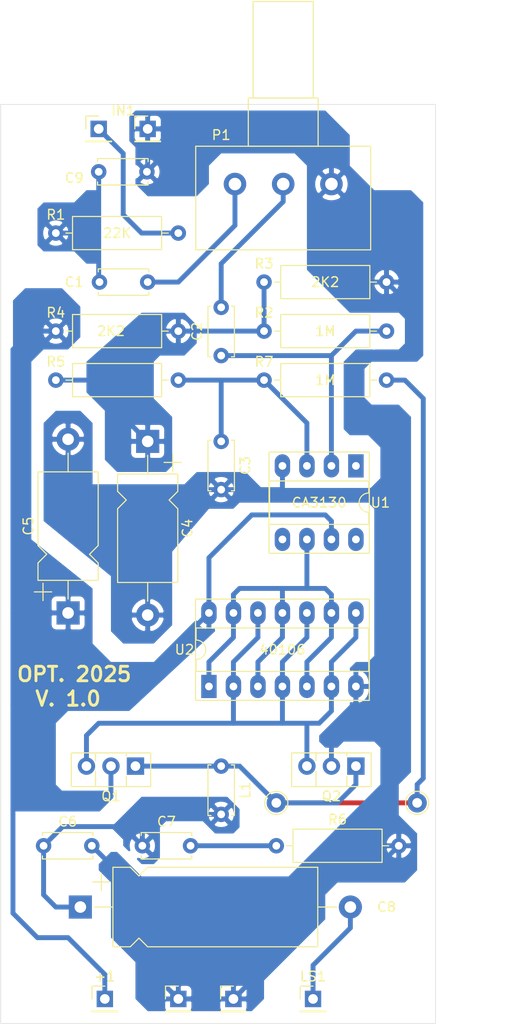
<source format=kicad_pcb>
(kicad_pcb (version 20171130) (host pcbnew "(5.1.10)-1")

  (general
    (thickness 1.6)
    (drawings 12)
    (tracks 163)
    (zones 0)
    (modules 34)
    (nets 19)
  )

  (page A4)
  (layers
    (0 F.Cu signal)
    (31 B.Cu signal)
    (32 B.Adhes user)
    (33 F.Adhes user)
    (34 B.Paste user)
    (35 F.Paste user)
    (36 B.SilkS user)
    (37 F.SilkS user)
    (38 B.Mask user)
    (39 F.Mask user)
    (40 Dwgs.User user)
    (41 Cmts.User user)
    (42 Eco1.User user)
    (43 Eco2.User user)
    (44 Edge.Cuts user)
    (45 Margin user)
    (46 B.CrtYd user)
    (47 F.CrtYd user)
    (48 B.Fab user)
    (49 F.Fab user hide)
  )

  (setup
    (last_trace_width 0.25)
    (trace_clearance 0.2)
    (zone_clearance 0.508)
    (zone_45_only no)
    (trace_min 0.2)
    (via_size 0.8)
    (via_drill 0.4)
    (via_min_size 0.4)
    (via_min_drill 0.3)
    (uvia_size 0.3)
    (uvia_drill 0.1)
    (uvias_allowed no)
    (uvia_min_size 0.2)
    (uvia_min_drill 0.1)
    (edge_width 0.05)
    (segment_width 0.2)
    (pcb_text_width 0.3)
    (pcb_text_size 1.5 1.5)
    (mod_edge_width 0.12)
    (mod_text_size 1 1)
    (mod_text_width 0.15)
    (pad_size 2 2)
    (pad_drill 1)
    (pad_to_mask_clearance 0)
    (aux_axis_origin 0 0)
    (visible_elements 7FFFFFFF)
    (pcbplotparams
      (layerselection 0x010fc_ffffffff)
      (usegerberextensions false)
      (usegerberattributes true)
      (usegerberadvancedattributes true)
      (creategerberjobfile true)
      (excludeedgelayer true)
      (linewidth 0.100000)
      (plotframeref false)
      (viasonmask false)
      (mode 1)
      (useauxorigin false)
      (hpglpennumber 1)
      (hpglpenspeed 20)
      (hpglpendiameter 15.000000)
      (psnegative false)
      (psa4output false)
      (plotreference true)
      (plotvalue true)
      (plotinvisibletext false)
      (padsonsilk false)
      (subtractmaskfromsilk false)
      (outputformat 1)
      (mirror false)
      (drillshape 1)
      (scaleselection 1)
      (outputdirectory ""))
  )

  (net 0 "")
  (net 1 "Net-(C1-Pad2)")
  (net 2 "Net-(C1-Pad1)")
  (net 3 "Net-(C2-Pad2)")
  (net 4 "Net-(C2-Pad1)")
  (net 5 GND)
  (net 6 "Net-(C3-Pad1)")
  (net 7 "Net-(C4-Pad1)")
  (net 8 VCC)
  (net 9 "Net-(C6-Pad1)")
  (net 10 "Net-(C7-Pad2)")
  (net 11 "Net-(C8-Pad2)")
  (net 12 "Net-(L1-Pad1)")
  (net 13 "Net-(U1-Pad8)")
  (net 14 "Net-(U1-Pad6)")
  (net 15 "Net-(U1-Pad5)")
  (net 16 "Net-(U1-Pad1)")
  (net 17 "Net-(IN1-Pad1)")
  (net 18 "Net-(Q1-Pad3)")

  (net_class Default "This is the default net class."
    (clearance 0.2)
    (trace_width 0.25)
    (via_dia 0.8)
    (via_drill 0.4)
    (uvia_dia 0.3)
    (uvia_drill 0.1)
    (add_net GND)
    (add_net "Net-(C1-Pad1)")
    (add_net "Net-(C1-Pad2)")
    (add_net "Net-(C2-Pad1)")
    (add_net "Net-(C2-Pad2)")
    (add_net "Net-(C3-Pad1)")
    (add_net "Net-(C4-Pad1)")
    (add_net "Net-(C6-Pad1)")
    (add_net "Net-(C7-Pad2)")
    (add_net "Net-(C8-Pad2)")
    (add_net "Net-(IN1-Pad1)")
    (add_net "Net-(L1-Pad1)")
    (add_net "Net-(Q1-Pad3)")
    (add_net "Net-(U1-Pad1)")
    (add_net "Net-(U1-Pad5)")
    (add_net "Net-(U1-Pad6)")
    (add_net "Net-(U1-Pad8)")
    (add_net VCC)
  )

  (module Capacitor_THT:CP_Axial_L11.0mm_D6.0mm_P18.00mm_Horizontal (layer F.Cu) (tedit 5AE50EF2) (tstamp 68F3E2F6)
    (at 108.585 128.905 90)
    (descr "CP, Axial series, Axial, Horizontal, pin pitch=18mm, , length*diameter=11*6mm^2, Electrolytic Capacitor")
    (tags "CP Axial series Axial Horizontal pin pitch 18mm  length 11mm diameter 6mm Electrolytic Capacitor")
    (path /68F49E13)
    (fp_text reference C5 (at 9 -4.12 90) (layer F.SilkS)
      (effects (font (size 1 1) (thickness 0.15)))
    )
    (fp_text value 100uF/16V (at 9 4.12 90) (layer F.Fab)
      (effects (font (size 1 1) (thickness 0.15)))
    )
    (fp_line (start 3.5 -3) (end 3.5 3) (layer F.Fab) (width 0.1))
    (fp_line (start 14.5 -3) (end 14.5 3) (layer F.Fab) (width 0.1))
    (fp_line (start 3.5 -3) (end 5.18 -3) (layer F.Fab) (width 0.1))
    (fp_line (start 5.18 -3) (end 6.08 -2.1) (layer F.Fab) (width 0.1))
    (fp_line (start 6.08 -2.1) (end 6.98 -3) (layer F.Fab) (width 0.1))
    (fp_line (start 6.98 -3) (end 14.5 -3) (layer F.Fab) (width 0.1))
    (fp_line (start 3.5 3) (end 5.18 3) (layer F.Fab) (width 0.1))
    (fp_line (start 5.18 3) (end 6.08 2.1) (layer F.Fab) (width 0.1))
    (fp_line (start 6.08 2.1) (end 6.98 3) (layer F.Fab) (width 0.1))
    (fp_line (start 6.98 3) (end 14.5 3) (layer F.Fab) (width 0.1))
    (fp_line (start 0 0) (end 3.5 0) (layer F.Fab) (width 0.1))
    (fp_line (start 18 0) (end 14.5 0) (layer F.Fab) (width 0.1))
    (fp_line (start 5.2 0) (end 7 0) (layer F.Fab) (width 0.1))
    (fp_line (start 6.1 -0.9) (end 6.1 0.9) (layer F.Fab) (width 0.1))
    (fp_line (start 1.28 -2.6) (end 3.08 -2.6) (layer F.SilkS) (width 0.12))
    (fp_line (start 2.18 -3.5) (end 2.18 -1.7) (layer F.SilkS) (width 0.12))
    (fp_line (start 3.38 -3.12) (end 3.38 3.12) (layer F.SilkS) (width 0.12))
    (fp_line (start 14.62 -3.12) (end 14.62 3.12) (layer F.SilkS) (width 0.12))
    (fp_line (start 3.38 -3.12) (end 5.18 -3.12) (layer F.SilkS) (width 0.12))
    (fp_line (start 5.18 -3.12) (end 6.08 -2.22) (layer F.SilkS) (width 0.12))
    (fp_line (start 6.08 -2.22) (end 6.98 -3.12) (layer F.SilkS) (width 0.12))
    (fp_line (start 6.98 -3.12) (end 14.62 -3.12) (layer F.SilkS) (width 0.12))
    (fp_line (start 3.38 3.12) (end 5.18 3.12) (layer F.SilkS) (width 0.12))
    (fp_line (start 5.18 3.12) (end 6.08 2.22) (layer F.SilkS) (width 0.12))
    (fp_line (start 6.08 2.22) (end 6.98 3.12) (layer F.SilkS) (width 0.12))
    (fp_line (start 6.98 3.12) (end 14.62 3.12) (layer F.SilkS) (width 0.12))
    (fp_line (start 1.44 0) (end 3.38 0) (layer F.SilkS) (width 0.12))
    (fp_line (start 16.56 0) (end 14.62 0) (layer F.SilkS) (width 0.12))
    (fp_line (start -1.45 -3.25) (end -1.45 3.25) (layer F.CrtYd) (width 0.05))
    (fp_line (start -1.45 3.25) (end 19.45 3.25) (layer F.CrtYd) (width 0.05))
    (fp_line (start 19.45 3.25) (end 19.45 -3.25) (layer F.CrtYd) (width 0.05))
    (fp_line (start 19.45 -3.25) (end -1.45 -3.25) (layer F.CrtYd) (width 0.05))
    (fp_text user %R (at 9 0 90) (layer F.Fab)
      (effects (font (size 1 1) (thickness 0.15)))
    )
    (pad 2 thru_hole oval (at 18 0 90) (size 2.4 2.4) (drill 1.2) (layers *.Cu *.Mask)
      (net 5 GND))
    (pad 1 thru_hole rect (at 0 0 90) (size 2.4 2.4) (drill 1.2) (layers *.Cu *.Mask)
      (net 8 VCC))
    (model ${KISYS3DMOD}/Capacitor_THT.3dshapes/CP_Axial_L11.0mm_D6.0mm_P18.00mm_Horizontal.wrl
      (at (xyz 0 0 0))
      (scale (xyz 1 1 1))
      (rotate (xyz 0 0 0))
    )
  )

  (module Capacitor_THT:CP_Axial_L11.0mm_D6.0mm_P18.00mm_Horizontal (layer F.Cu) (tedit 5AE50EF2) (tstamp 68F3E2E8)
    (at 116.84 111.125 270)
    (descr "CP, Axial series, Axial, Horizontal, pin pitch=18mm, , length*diameter=11*6mm^2, Electrolytic Capacitor")
    (tags "CP Axial series Axial Horizontal pin pitch 18mm  length 11mm diameter 6mm Electrolytic Capacitor")
    (path /68F6761E)
    (fp_text reference C4 (at 9 -4.12 90) (layer F.SilkS)
      (effects (font (size 1 1) (thickness 0.15)))
    )
    (fp_text value 100uF/16V (at 9 4.12 90) (layer F.Fab)
      (effects (font (size 1 1) (thickness 0.15)))
    )
    (fp_line (start 3.5 -3) (end 3.5 3) (layer F.Fab) (width 0.1))
    (fp_line (start 14.5 -3) (end 14.5 3) (layer F.Fab) (width 0.1))
    (fp_line (start 3.5 -3) (end 5.18 -3) (layer F.Fab) (width 0.1))
    (fp_line (start 5.18 -3) (end 6.08 -2.1) (layer F.Fab) (width 0.1))
    (fp_line (start 6.08 -2.1) (end 6.98 -3) (layer F.Fab) (width 0.1))
    (fp_line (start 6.98 -3) (end 14.5 -3) (layer F.Fab) (width 0.1))
    (fp_line (start 3.5 3) (end 5.18 3) (layer F.Fab) (width 0.1))
    (fp_line (start 5.18 3) (end 6.08 2.1) (layer F.Fab) (width 0.1))
    (fp_line (start 6.08 2.1) (end 6.98 3) (layer F.Fab) (width 0.1))
    (fp_line (start 6.98 3) (end 14.5 3) (layer F.Fab) (width 0.1))
    (fp_line (start 0 0) (end 3.5 0) (layer F.Fab) (width 0.1))
    (fp_line (start 18 0) (end 14.5 0) (layer F.Fab) (width 0.1))
    (fp_line (start 5.2 0) (end 7 0) (layer F.Fab) (width 0.1))
    (fp_line (start 6.1 -0.9) (end 6.1 0.9) (layer F.Fab) (width 0.1))
    (fp_line (start 1.28 -2.6) (end 3.08 -2.6) (layer F.SilkS) (width 0.12))
    (fp_line (start 2.18 -3.5) (end 2.18 -1.7) (layer F.SilkS) (width 0.12))
    (fp_line (start 3.38 -3.12) (end 3.38 3.12) (layer F.SilkS) (width 0.12))
    (fp_line (start 14.62 -3.12) (end 14.62 3.12) (layer F.SilkS) (width 0.12))
    (fp_line (start 3.38 -3.12) (end 5.18 -3.12) (layer F.SilkS) (width 0.12))
    (fp_line (start 5.18 -3.12) (end 6.08 -2.22) (layer F.SilkS) (width 0.12))
    (fp_line (start 6.08 -2.22) (end 6.98 -3.12) (layer F.SilkS) (width 0.12))
    (fp_line (start 6.98 -3.12) (end 14.62 -3.12) (layer F.SilkS) (width 0.12))
    (fp_line (start 3.38 3.12) (end 5.18 3.12) (layer F.SilkS) (width 0.12))
    (fp_line (start 5.18 3.12) (end 6.08 2.22) (layer F.SilkS) (width 0.12))
    (fp_line (start 6.08 2.22) (end 6.98 3.12) (layer F.SilkS) (width 0.12))
    (fp_line (start 6.98 3.12) (end 14.62 3.12) (layer F.SilkS) (width 0.12))
    (fp_line (start 1.44 0) (end 3.38 0) (layer F.SilkS) (width 0.12))
    (fp_line (start 16.56 0) (end 14.62 0) (layer F.SilkS) (width 0.12))
    (fp_line (start -1.45 -3.25) (end -1.45 3.25) (layer F.CrtYd) (width 0.05))
    (fp_line (start -1.45 3.25) (end 19.45 3.25) (layer F.CrtYd) (width 0.05))
    (fp_line (start 19.45 3.25) (end 19.45 -3.25) (layer F.CrtYd) (width 0.05))
    (fp_line (start 19.45 -3.25) (end -1.45 -3.25) (layer F.CrtYd) (width 0.05))
    (fp_text user %R (at 9 0 90) (layer F.Fab)
      (effects (font (size 1 1) (thickness 0.15)))
    )
    (pad 2 thru_hole oval (at 18 0 270) (size 2.4 2.4) (drill 1.2) (layers *.Cu *.Mask)
      (net 5 GND))
    (pad 1 thru_hole rect (at 0 0 270) (size 2.4 2.4) (drill 1.2) (layers *.Cu *.Mask)
      (net 7 "Net-(C4-Pad1)"))
    (model ${KISYS3DMOD}/Capacitor_THT.3dshapes/CP_Axial_L11.0mm_D6.0mm_P18.00mm_Horizontal.wrl
      (at (xyz 0 0 0))
      (scale (xyz 1 1 1))
      (rotate (xyz 0 0 0))
    )
  )

  (module Capacitor_THT:CP_Axial_L21.0mm_D8.0mm_P28.00mm_Horizontal (layer F.Cu) (tedit 5AE50EF2) (tstamp 68F3E32E)
    (at 109.855 159.385)
    (descr "CP, Axial series, Axial, Horizontal, pin pitch=28mm, , length*diameter=21*8mm^2, Electrolytic Capacitor")
    (tags "CP Axial series Axial Horizontal pin pitch 28mm  length 21mm diameter 8mm Electrolytic Capacitor")
    (path /68F4DAFB)
    (fp_text reference C8 (at 31.75 0) (layer F.SilkS)
      (effects (font (size 1 1) (thickness 0.15)))
    )
    (fp_text value 100uF/16V (at 14 5.12) (layer F.Fab)
      (effects (font (size 1 1) (thickness 0.15)))
    )
    (fp_line (start 3.5 -4) (end 3.5 4) (layer F.Fab) (width 0.1))
    (fp_line (start 24.5 -4) (end 24.5 4) (layer F.Fab) (width 0.1))
    (fp_line (start 3.5 -4) (end 5.18 -4) (layer F.Fab) (width 0.1))
    (fp_line (start 5.18 -4) (end 6.08 -3.1) (layer F.Fab) (width 0.1))
    (fp_line (start 6.08 -3.1) (end 6.98 -4) (layer F.Fab) (width 0.1))
    (fp_line (start 6.98 -4) (end 24.5 -4) (layer F.Fab) (width 0.1))
    (fp_line (start 3.5 4) (end 5.18 4) (layer F.Fab) (width 0.1))
    (fp_line (start 5.18 4) (end 6.08 3.1) (layer F.Fab) (width 0.1))
    (fp_line (start 6.08 3.1) (end 6.98 4) (layer F.Fab) (width 0.1))
    (fp_line (start 6.98 4) (end 24.5 4) (layer F.Fab) (width 0.1))
    (fp_line (start 0 0) (end 3.5 0) (layer F.Fab) (width 0.1))
    (fp_line (start 28 0) (end 24.5 0) (layer F.Fab) (width 0.1))
    (fp_line (start 5.2 0) (end 7 0) (layer F.Fab) (width 0.1))
    (fp_line (start 6.1 -0.9) (end 6.1 0.9) (layer F.Fab) (width 0.1))
    (fp_line (start 1.28 -2.6) (end 3.08 -2.6) (layer F.SilkS) (width 0.12))
    (fp_line (start 2.18 -3.5) (end 2.18 -1.7) (layer F.SilkS) (width 0.12))
    (fp_line (start 3.38 -4.12) (end 3.38 4.12) (layer F.SilkS) (width 0.12))
    (fp_line (start 24.62 -4.12) (end 24.62 4.12) (layer F.SilkS) (width 0.12))
    (fp_line (start 3.38 -4.12) (end 5.18 -4.12) (layer F.SilkS) (width 0.12))
    (fp_line (start 5.18 -4.12) (end 6.08 -3.22) (layer F.SilkS) (width 0.12))
    (fp_line (start 6.08 -3.22) (end 6.98 -4.12) (layer F.SilkS) (width 0.12))
    (fp_line (start 6.98 -4.12) (end 24.62 -4.12) (layer F.SilkS) (width 0.12))
    (fp_line (start 3.38 4.12) (end 5.18 4.12) (layer F.SilkS) (width 0.12))
    (fp_line (start 5.18 4.12) (end 6.08 3.22) (layer F.SilkS) (width 0.12))
    (fp_line (start 6.08 3.22) (end 6.98 4.12) (layer F.SilkS) (width 0.12))
    (fp_line (start 6.98 4.12) (end 24.62 4.12) (layer F.SilkS) (width 0.12))
    (fp_line (start 1.44 0) (end 3.38 0) (layer F.SilkS) (width 0.12))
    (fp_line (start 26.56 0) (end 24.62 0) (layer F.SilkS) (width 0.12))
    (fp_line (start -1.45 -4.25) (end -1.45 4.25) (layer F.CrtYd) (width 0.05))
    (fp_line (start -1.45 4.25) (end 29.45 4.25) (layer F.CrtYd) (width 0.05))
    (fp_line (start 29.45 4.25) (end 29.45 -4.25) (layer F.CrtYd) (width 0.05))
    (fp_line (start 29.45 -4.25) (end -1.45 -4.25) (layer F.CrtYd) (width 0.05))
    (fp_text user %R (at 14 0) (layer F.Fab)
      (effects (font (size 1 1) (thickness 0.15)))
    )
    (pad 2 thru_hole oval (at 28 0) (size 2.4 2.4) (drill 1.2) (layers *.Cu *.Mask)
      (net 11 "Net-(C8-Pad2)"))
    (pad 1 thru_hole rect (at 0 0) (size 2.4 2.4) (drill 1.2) (layers *.Cu *.Mask)
      (net 9 "Net-(C6-Pad1)"))
    (model ${KISYS3DMOD}/Capacitor_THT.3dshapes/CP_Axial_L21.0mm_D8.0mm_P28.00mm_Horizontal.wrl
      (at (xyz 0 0 0))
      (scale (xyz 1 1 1))
      (rotate (xyz 0 0 0))
    )
  )

  (module TestPoint:TestPoint_THTPad_D2.0mm_Drill1.0mm (layer F.Cu) (tedit 68F3CA8C) (tstamp 68F44862)
    (at 144.78 148.59)
    (descr "THT pad as test Point, diameter 2.0mm, hole diameter 1.0mm")
    (tags "test point THT pad")
    (attr virtual)
    (fp_text reference REF** (at 0 -1.998) (layer F.Fab)
      (effects (font (size 1 1) (thickness 0.15)))
    )
    (fp_text value TestPoint_THTPad_D2.0mm_Drill1.0mm (at 0 2.05) (layer F.Fab)
      (effects (font (size 1 1) (thickness 0.15)))
    )
    (fp_circle (center 0 0) (end 0 1.2) (layer F.SilkS) (width 0.12))
    (fp_circle (center 0 0) (end 1.5 0) (layer F.CrtYd) (width 0.05))
    (fp_text user %R (at 0 -2) (layer F.Fab)
      (effects (font (size 1 1) (thickness 0.15)))
    )
    (pad 1 thru_hole circle (at 0 0) (size 2 2) (drill 1) (layers *.Cu *.Mask)
      (net 12 "Net-(L1-Pad1)"))
  )

  (module TestPoint:TestPoint_THTPad_D2.0mm_Drill1.0mm (layer F.Cu) (tedit 68F3CA84) (tstamp 68F44860)
    (at 130.175 148.59)
    (descr "THT pad as test Point, diameter 2.0mm, hole diameter 1.0mm")
    (tags "test point THT pad")
    (attr virtual)
    (fp_text reference REF** (at 0 -1.998) (layer F.Fab)
      (effects (font (size 1 1) (thickness 0.15)))
    )
    (fp_text value TestPoint_THTPad_D2.0mm_Drill1.0mm (at 0 2.05) (layer F.Fab)
      (effects (font (size 1 1) (thickness 0.15)))
    )
    (fp_circle (center 0 0) (end 1.5 0) (layer F.CrtYd) (width 0.05))
    (fp_circle (center 0 0) (end 0 1.2) (layer F.SilkS) (width 0.12))
    (fp_text user %R (at 0 -2) (layer F.Fab)
      (effects (font (size 1 1) (thickness 0.15)))
    )
    (pad 1 thru_hole circle (at 0 0) (size 2 2) (drill 1) (layers *.Cu *.Mask)
      (net 12 "Net-(L1-Pad1)"))
  )

  (module Potentiometer_THT:Potentiometer_Alps_RK163_Single_Horizontal (layer F.Cu) (tedit 5A3D4993) (tstamp 68F43B26)
    (at 135.89 84.455 90)
    (descr "Potentiometer, horizontal, Alps RK163 Single, http://www.alps.com/prod/info/E/HTML/Potentiometer/RotaryPotentiometers/RK16/RK16_list.html")
    (tags "Potentiometer horizontal Alps RK163 Single")
    (path /68F68A06)
    (fp_text reference P1 (at 5.08 -11.43 180) (layer F.SilkS)
      (effects (font (size 1 1) (thickness 0.15)))
    )
    (fp_text value 100K/log (at 0 5.2 90) (layer F.Fab)
      (effects (font (size 1 1) (thickness 0.15)))
    )
    (fp_line (start -6.7 -13.95) (end -6.7 3.95) (layer F.Fab) (width 0.1))
    (fp_line (start -6.7 3.95) (end 3.8 3.95) (layer F.Fab) (width 0.1))
    (fp_line (start 3.8 3.95) (end 3.8 -13.95) (layer F.Fab) (width 0.1))
    (fp_line (start 3.8 -13.95) (end -6.7 -13.95) (layer F.Fab) (width 0.1))
    (fp_line (start 3.8 -8.5) (end 3.8 -1.5) (layer F.Fab) (width 0.1))
    (fp_line (start 3.8 -1.5) (end 8.8 -1.5) (layer F.Fab) (width 0.1))
    (fp_line (start 8.8 -1.5) (end 8.8 -8.5) (layer F.Fab) (width 0.1))
    (fp_line (start 8.8 -8.5) (end 3.8 -8.5) (layer F.Fab) (width 0.1))
    (fp_line (start 8.8 -8) (end 8.8 -2) (layer F.Fab) (width 0.1))
    (fp_line (start 8.8 -2) (end 18.8 -2) (layer F.Fab) (width 0.1))
    (fp_line (start 18.8 -2) (end 18.8 -8) (layer F.Fab) (width 0.1))
    (fp_line (start 18.8 -8) (end 8.8 -8) (layer F.Fab) (width 0.1))
    (fp_line (start -6.82 -14.07) (end 3.92 -14.07) (layer F.SilkS) (width 0.12))
    (fp_line (start -6.82 4.07) (end 3.92 4.07) (layer F.SilkS) (width 0.12))
    (fp_line (start -6.82 -14.07) (end -6.82 4.07) (layer F.SilkS) (width 0.12))
    (fp_line (start 3.92 -14.07) (end 3.92 4.07) (layer F.SilkS) (width 0.12))
    (fp_line (start 3.92 -8.62) (end 8.92 -8.62) (layer F.SilkS) (width 0.12))
    (fp_line (start 3.92 -1.38) (end 8.92 -1.38) (layer F.SilkS) (width 0.12))
    (fp_line (start 3.92 -8.62) (end 3.92 -1.38) (layer F.SilkS) (width 0.12))
    (fp_line (start 8.92 -8.62) (end 8.92 -1.38) (layer F.SilkS) (width 0.12))
    (fp_line (start 8.92 -8.12) (end 18.92 -8.12) (layer F.SilkS) (width 0.12))
    (fp_line (start 8.92 -1.879) (end 18.92 -1.879) (layer F.SilkS) (width 0.12))
    (fp_line (start 8.92 -8.12) (end 8.92 -1.879) (layer F.SilkS) (width 0.12))
    (fp_line (start 18.92 -8.12) (end 18.92 -1.879) (layer F.SilkS) (width 0.12))
    (fp_line (start -6.95 -14.2) (end -6.95 4.2) (layer F.CrtYd) (width 0.05))
    (fp_line (start -6.95 4.2) (end 19.05 4.2) (layer F.CrtYd) (width 0.05))
    (fp_line (start 19.05 4.2) (end 19.05 -14.2) (layer F.CrtYd) (width 0.05))
    (fp_line (start 19.05 -14.2) (end -6.95 -14.2) (layer F.CrtYd) (width 0.05))
    (fp_text user %R (at -1.45 -5 90) (layer F.Fab)
      (effects (font (size 1 1) (thickness 0.15)))
    )
    (pad 1 thru_hole circle (at 0 0 90) (size 2.34 2.34) (drill 1.3) (layers *.Cu *.Mask)
      (net 5 GND))
    (pad 2 thru_hole circle (at 0 -5 90) (size 2.34 2.34) (drill 1.3) (layers *.Cu *.Mask)
      (net 3 "Net-(C2-Pad2)"))
    (pad 3 thru_hole circle (at 0 -10 90) (size 2.34 2.34) (drill 1.3) (layers *.Cu *.Mask)
      (net 2 "Net-(C1-Pad1)"))
    (model ${KISYS3DMOD}/Potentiometer_THT.3dshapes/Potentiometer_Alps_RK163_Single_Horizontal.wrl
      (at (xyz 0 0 0))
      (scale (xyz 1 1 1))
      (rotate (xyz 0 0 0))
    )
  )

  (module Package_TO_SOT_THT:TO-126-3_Vertical (layer F.Cu) (tedit 5AC8BA0D) (tstamp 68F42D43)
    (at 138.43 144.78 180)
    (descr "TO-126-3, Vertical, RM 2.54mm, see https://www.diodes.com/assets/Package-Files/TO126.pdf")
    (tags "TO-126-3 Vertical RM 2.54mm")
    (path /69062B30)
    (fp_text reference Q2 (at 2.54 -3.12) (layer F.SilkS)
      (effects (font (size 1 1) (thickness 0.15)))
    )
    (fp_text value BD138 (at 2.54 2.5) (layer F.Fab)
      (effects (font (size 1 1) (thickness 0.15)))
    )
    (fp_line (start -1.46 -2) (end -1.46 1.25) (layer F.Fab) (width 0.1))
    (fp_line (start -1.46 1.25) (end 6.54 1.25) (layer F.Fab) (width 0.1))
    (fp_line (start 6.54 1.25) (end 6.54 -2) (layer F.Fab) (width 0.1))
    (fp_line (start 6.54 -2) (end -1.46 -2) (layer F.Fab) (width 0.1))
    (fp_line (start 0.94 -2) (end 0.94 1.25) (layer F.Fab) (width 0.1))
    (fp_line (start 4.14 -2) (end 4.14 1.25) (layer F.Fab) (width 0.1))
    (fp_line (start -1.58 -2.12) (end 6.66 -2.12) (layer F.SilkS) (width 0.12))
    (fp_line (start -1.58 1.37) (end 6.66 1.37) (layer F.SilkS) (width 0.12))
    (fp_line (start -1.58 -2.12) (end -1.58 1.37) (layer F.SilkS) (width 0.12))
    (fp_line (start 6.66 -2.12) (end 6.66 1.37) (layer F.SilkS) (width 0.12))
    (fp_line (start 0.94 -2.12) (end 0.94 -1.05) (layer F.SilkS) (width 0.12))
    (fp_line (start 0.94 1.05) (end 0.94 1.37) (layer F.SilkS) (width 0.12))
    (fp_line (start 4.141 -2.12) (end 4.141 -0.54) (layer F.SilkS) (width 0.12))
    (fp_line (start 4.141 0.54) (end 4.141 1.37) (layer F.SilkS) (width 0.12))
    (fp_line (start -1.71 -2.25) (end -1.71 1.5) (layer F.CrtYd) (width 0.05))
    (fp_line (start -1.71 1.5) (end 6.79 1.5) (layer F.CrtYd) (width 0.05))
    (fp_line (start 6.79 1.5) (end 6.79 -2.25) (layer F.CrtYd) (width 0.05))
    (fp_line (start 6.79 -2.25) (end -1.71 -2.25) (layer F.CrtYd) (width 0.05))
    (fp_text user %R (at 2.54 -3.12) (layer F.Fab)
      (effects (font (size 1 1) (thickness 0.15)))
    )
    (pad 3 thru_hole oval (at 5.08 0 180) (size 1.8 1.8) (drill 1) (layers *.Cu *.Mask)
      (net 18 "Net-(Q1-Pad3)"))
    (pad 2 thru_hole oval (at 2.54 0 180) (size 1.8 1.8) (drill 1) (layers *.Cu *.Mask)
      (net 5 GND))
    (pad 1 thru_hole rect (at 0 0 180) (size 1.8 1.8) (drill 1) (layers *.Cu *.Mask)
      (net 12 "Net-(L1-Pad1)"))
    (model ${KISYS3DMOD}/Package_TO_SOT_THT.3dshapes/TO-126-3_Vertical.wrl
      (at (xyz 0 0 0))
      (scale (xyz 1 1 1))
      (rotate (xyz 0 0 0))
    )
  )

  (module Package_TO_SOT_THT:TO-126-3_Vertical (layer F.Cu) (tedit 5AC8BA0D) (tstamp 68F42D29)
    (at 115.57 144.78 180)
    (descr "TO-126-3, Vertical, RM 2.54mm, see https://www.diodes.com/assets/Package-Files/TO126.pdf")
    (tags "TO-126-3 Vertical RM 2.54mm")
    (path /69061BE0)
    (fp_text reference Q1 (at 2.54 -3.12) (layer F.SilkS)
      (effects (font (size 1 1) (thickness 0.15)))
    )
    (fp_text value BD137 (at 2.54 2.5) (layer F.Fab)
      (effects (font (size 1 1) (thickness 0.15)))
    )
    (fp_line (start -1.46 -2) (end -1.46 1.25) (layer F.Fab) (width 0.1))
    (fp_line (start -1.46 1.25) (end 6.54 1.25) (layer F.Fab) (width 0.1))
    (fp_line (start 6.54 1.25) (end 6.54 -2) (layer F.Fab) (width 0.1))
    (fp_line (start 6.54 -2) (end -1.46 -2) (layer F.Fab) (width 0.1))
    (fp_line (start 0.94 -2) (end 0.94 1.25) (layer F.Fab) (width 0.1))
    (fp_line (start 4.14 -2) (end 4.14 1.25) (layer F.Fab) (width 0.1))
    (fp_line (start -1.58 -2.12) (end 6.66 -2.12) (layer F.SilkS) (width 0.12))
    (fp_line (start -1.58 1.37) (end 6.66 1.37) (layer F.SilkS) (width 0.12))
    (fp_line (start -1.58 -2.12) (end -1.58 1.37) (layer F.SilkS) (width 0.12))
    (fp_line (start 6.66 -2.12) (end 6.66 1.37) (layer F.SilkS) (width 0.12))
    (fp_line (start 0.94 -2.12) (end 0.94 -1.05) (layer F.SilkS) (width 0.12))
    (fp_line (start 0.94 1.05) (end 0.94 1.37) (layer F.SilkS) (width 0.12))
    (fp_line (start 4.141 -2.12) (end 4.141 -0.54) (layer F.SilkS) (width 0.12))
    (fp_line (start 4.141 0.54) (end 4.141 1.37) (layer F.SilkS) (width 0.12))
    (fp_line (start -1.71 -2.25) (end -1.71 1.5) (layer F.CrtYd) (width 0.05))
    (fp_line (start -1.71 1.5) (end 6.79 1.5) (layer F.CrtYd) (width 0.05))
    (fp_line (start 6.79 1.5) (end 6.79 -2.25) (layer F.CrtYd) (width 0.05))
    (fp_line (start 6.79 -2.25) (end -1.71 -2.25) (layer F.CrtYd) (width 0.05))
    (fp_text user %R (at 2.54 -3.12) (layer F.Fab)
      (effects (font (size 1 1) (thickness 0.15)))
    )
    (pad 3 thru_hole oval (at 5.08 0 180) (size 1.8 1.8) (drill 1) (layers *.Cu *.Mask)
      (net 18 "Net-(Q1-Pad3)"))
    (pad 2 thru_hole oval (at 2.54 0 180) (size 1.8 1.8) (drill 1) (layers *.Cu *.Mask)
      (net 8 VCC))
    (pad 1 thru_hole rect (at 0 0 180) (size 1.8 1.8) (drill 1) (layers *.Cu *.Mask)
      (net 12 "Net-(L1-Pad1)"))
    (model ${KISYS3DMOD}/Package_TO_SOT_THT.3dshapes/TO-126-3_Vertical.wrl
      (at (xyz 0 0 0))
      (scale (xyz 1 1 1))
      (rotate (xyz 0 0 0))
    )
  )

  (module Connector_PinHeader_2.54mm:PinHeader_1x01_P2.54mm_Vertical (layer F.Cu) (tedit 59FED5CC) (tstamp 68F41F73)
    (at 125.73 168.91)
    (descr "Through hole straight pin header, 1x01, 2.54mm pitch, single row")
    (tags "Through hole pin header THT 1x01 2.54mm single row")
    (path /6902E5BB)
    (fp_text reference LS2 (at 0 -2.33) (layer F.Fab)
      (effects (font (size 1 1) (thickness 0.15)))
    )
    (fp_text value ~ (at 0 2.33) (layer F.Fab)
      (effects (font (size 1 1) (thickness 0.15)))
    )
    (fp_line (start -0.635 -1.27) (end 1.27 -1.27) (layer F.Fab) (width 0.1))
    (fp_line (start 1.27 -1.27) (end 1.27 1.27) (layer F.Fab) (width 0.1))
    (fp_line (start 1.27 1.27) (end -1.27 1.27) (layer F.Fab) (width 0.1))
    (fp_line (start -1.27 1.27) (end -1.27 -0.635) (layer F.Fab) (width 0.1))
    (fp_line (start -1.27 -0.635) (end -0.635 -1.27) (layer F.Fab) (width 0.1))
    (fp_line (start -1.33 1.33) (end 1.33 1.33) (layer F.SilkS) (width 0.12))
    (fp_line (start -1.33 1.27) (end -1.33 1.33) (layer F.SilkS) (width 0.12))
    (fp_line (start 1.33 1.27) (end 1.33 1.33) (layer F.SilkS) (width 0.12))
    (fp_line (start -1.33 1.27) (end 1.33 1.27) (layer F.SilkS) (width 0.12))
    (fp_line (start -1.33 0) (end -1.33 -1.33) (layer F.SilkS) (width 0.12))
    (fp_line (start -1.33 -1.33) (end 0 -1.33) (layer F.SilkS) (width 0.12))
    (fp_line (start -1.8 -1.8) (end -1.8 1.8) (layer F.CrtYd) (width 0.05))
    (fp_line (start -1.8 1.8) (end 1.8 1.8) (layer F.CrtYd) (width 0.05))
    (fp_line (start 1.8 1.8) (end 1.8 -1.8) (layer F.CrtYd) (width 0.05))
    (fp_line (start 1.8 -1.8) (end -1.8 -1.8) (layer F.CrtYd) (width 0.05))
    (fp_text user %R (at 0 0 90) (layer F.Fab)
      (effects (font (size 1 1) (thickness 0.15)))
    )
    (pad 1 thru_hole rect (at 0 0) (size 1.7 1.7) (drill 1) (layers *.Cu *.Mask)
      (net 5 GND))
    (model ${KISYS3DMOD}/Connector_PinHeader_2.54mm.3dshapes/PinHeader_1x01_P2.54mm_Vertical.wrl
      (at (xyz 0 0 0))
      (scale (xyz 1 1 1))
      (rotate (xyz 0 0 0))
    )
  )

  (module Connector_PinHeader_2.54mm:PinHeader_1x01_P2.54mm_Vertical (layer F.Cu) (tedit 59FED5CC) (tstamp 68F41F5E)
    (at 133.985 168.91)
    (descr "Through hole straight pin header, 1x01, 2.54mm pitch, single row")
    (tags "Through hole pin header THT 1x01 2.54mm single row")
    (path /6902A225)
    (fp_text reference LS1 (at 0 -2.33) (layer F.SilkS)
      (effects (font (size 1 1) (thickness 0.15)))
    )
    (fp_text value ~ (at 0 2.33) (layer F.Fab)
      (effects (font (size 1 1) (thickness 0.15)))
    )
    (fp_line (start -0.635 -1.27) (end 1.27 -1.27) (layer F.Fab) (width 0.1))
    (fp_line (start 1.27 -1.27) (end 1.27 1.27) (layer F.Fab) (width 0.1))
    (fp_line (start 1.27 1.27) (end -1.27 1.27) (layer F.Fab) (width 0.1))
    (fp_line (start -1.27 1.27) (end -1.27 -0.635) (layer F.Fab) (width 0.1))
    (fp_line (start -1.27 -0.635) (end -0.635 -1.27) (layer F.Fab) (width 0.1))
    (fp_line (start -1.33 1.33) (end 1.33 1.33) (layer F.SilkS) (width 0.12))
    (fp_line (start -1.33 1.27) (end -1.33 1.33) (layer F.SilkS) (width 0.12))
    (fp_line (start 1.33 1.27) (end 1.33 1.33) (layer F.SilkS) (width 0.12))
    (fp_line (start -1.33 1.27) (end 1.33 1.27) (layer F.SilkS) (width 0.12))
    (fp_line (start -1.33 0) (end -1.33 -1.33) (layer F.SilkS) (width 0.12))
    (fp_line (start -1.33 -1.33) (end 0 -1.33) (layer F.SilkS) (width 0.12))
    (fp_line (start -1.8 -1.8) (end -1.8 1.8) (layer F.CrtYd) (width 0.05))
    (fp_line (start -1.8 1.8) (end 1.8 1.8) (layer F.CrtYd) (width 0.05))
    (fp_line (start 1.8 1.8) (end 1.8 -1.8) (layer F.CrtYd) (width 0.05))
    (fp_line (start 1.8 -1.8) (end -1.8 -1.8) (layer F.CrtYd) (width 0.05))
    (fp_text user %R (at 0 0 90) (layer F.Fab)
      (effects (font (size 1 1) (thickness 0.15)))
    )
    (pad 1 thru_hole rect (at 0 0) (size 1.7 1.7) (drill 1) (layers *.Cu *.Mask)
      (net 11 "Net-(C8-Pad2)"))
    (model ${KISYS3DMOD}/Connector_PinHeader_2.54mm.3dshapes/PinHeader_1x01_P2.54mm_Vertical.wrl
      (at (xyz 0 0 0))
      (scale (xyz 1 1 1))
      (rotate (xyz 0 0 0))
    )
  )

  (module Connector_PinHeader_2.54mm:PinHeader_1x01_P2.54mm_Vertical (layer F.Cu) (tedit 59FED5CC) (tstamp 68F41F21)
    (at 116.84 78.74)
    (descr "Through hole straight pin header, 1x01, 2.54mm pitch, single row")
    (tags "Through hole pin header THT 1x01 2.54mm single row")
    (path /6902941D)
    (fp_text reference IN2 (at 0 -2.54) (layer F.Fab)
      (effects (font (size 1 1) (thickness 0.15)))
    )
    (fp_text value ~ (at 0 2.33) (layer F.Fab)
      (effects (font (size 1 1) (thickness 0.15)))
    )
    (fp_line (start -0.635 -1.27) (end 1.27 -1.27) (layer F.Fab) (width 0.1))
    (fp_line (start 1.27 -1.27) (end 1.27 1.27) (layer F.Fab) (width 0.1))
    (fp_line (start 1.27 1.27) (end -1.27 1.27) (layer F.Fab) (width 0.1))
    (fp_line (start -1.27 1.27) (end -1.27 -0.635) (layer F.Fab) (width 0.1))
    (fp_line (start -1.27 -0.635) (end -0.635 -1.27) (layer F.Fab) (width 0.1))
    (fp_line (start -1.33 1.33) (end 1.33 1.33) (layer F.SilkS) (width 0.12))
    (fp_line (start -1.33 1.27) (end -1.33 1.33) (layer F.SilkS) (width 0.12))
    (fp_line (start 1.33 1.27) (end 1.33 1.33) (layer F.SilkS) (width 0.12))
    (fp_line (start -1.33 1.27) (end 1.33 1.27) (layer F.SilkS) (width 0.12))
    (fp_line (start -1.33 0) (end -1.33 -1.33) (layer F.SilkS) (width 0.12))
    (fp_line (start -1.33 -1.33) (end 0 -1.33) (layer F.SilkS) (width 0.12))
    (fp_line (start -1.8 -1.8) (end -1.8 1.8) (layer F.CrtYd) (width 0.05))
    (fp_line (start -1.8 1.8) (end 1.8 1.8) (layer F.CrtYd) (width 0.05))
    (fp_line (start 1.8 1.8) (end 1.8 -1.8) (layer F.CrtYd) (width 0.05))
    (fp_line (start 1.8 -1.8) (end -1.8 -1.8) (layer F.CrtYd) (width 0.05))
    (fp_text user %R (at 0 0 90) (layer F.Fab)
      (effects (font (size 1 1) (thickness 0.15)))
    )
    (pad 1 thru_hole rect (at 0 0) (size 1.7 1.7) (drill 1) (layers *.Cu *.Mask)
      (net 5 GND))
    (model ${KISYS3DMOD}/Connector_PinHeader_2.54mm.3dshapes/PinHeader_1x01_P2.54mm_Vertical.wrl
      (at (xyz 0 0 0))
      (scale (xyz 1 1 1))
      (rotate (xyz 0 0 0))
    )
  )

  (module Connector_PinHeader_2.54mm:PinHeader_1x01_P2.54mm_Vertical (layer F.Cu) (tedit 59FED5CC) (tstamp 68F41F0C)
    (at 111.76 78.74)
    (descr "Through hole straight pin header, 1x01, 2.54mm pitch, single row")
    (tags "Through hole pin header THT 1x01 2.54mm single row")
    (path /69028BBF)
    (fp_text reference IN1 (at 2.54 -1.905) (layer F.SilkS)
      (effects (font (size 1 1) (thickness 0.15)))
    )
    (fp_text value ~ (at 0 2.33) (layer F.Fab)
      (effects (font (size 1 1) (thickness 0.15)))
    )
    (fp_line (start -0.635 -1.27) (end 1.27 -1.27) (layer F.Fab) (width 0.1))
    (fp_line (start 1.27 -1.27) (end 1.27 1.27) (layer F.Fab) (width 0.1))
    (fp_line (start 1.27 1.27) (end -1.27 1.27) (layer F.Fab) (width 0.1))
    (fp_line (start -1.27 1.27) (end -1.27 -0.635) (layer F.Fab) (width 0.1))
    (fp_line (start -1.27 -0.635) (end -0.635 -1.27) (layer F.Fab) (width 0.1))
    (fp_line (start -1.33 1.33) (end 1.33 1.33) (layer F.SilkS) (width 0.12))
    (fp_line (start -1.33 1.27) (end -1.33 1.33) (layer F.SilkS) (width 0.12))
    (fp_line (start 1.33 1.27) (end 1.33 1.33) (layer F.SilkS) (width 0.12))
    (fp_line (start -1.33 1.27) (end 1.33 1.27) (layer F.SilkS) (width 0.12))
    (fp_line (start -1.33 0) (end -1.33 -1.33) (layer F.SilkS) (width 0.12))
    (fp_line (start -1.33 -1.33) (end 0 -1.33) (layer F.SilkS) (width 0.12))
    (fp_line (start -1.8 -1.8) (end -1.8 1.8) (layer F.CrtYd) (width 0.05))
    (fp_line (start -1.8 1.8) (end 1.8 1.8) (layer F.CrtYd) (width 0.05))
    (fp_line (start 1.8 1.8) (end 1.8 -1.8) (layer F.CrtYd) (width 0.05))
    (fp_line (start 1.8 -1.8) (end -1.8 -1.8) (layer F.CrtYd) (width 0.05))
    (fp_text user %R (at 0 0 90) (layer F.Fab)
      (effects (font (size 1 1) (thickness 0.15)))
    )
    (pad 1 thru_hole rect (at 0 0) (size 1.7 1.7) (drill 1) (layers *.Cu *.Mask)
      (net 17 "Net-(IN1-Pad1)"))
    (model ${KISYS3DMOD}/Connector_PinHeader_2.54mm.3dshapes/PinHeader_1x01_P2.54mm_Vertical.wrl
      (at (xyz 0 0 0))
      (scale (xyz 1 1 1))
      (rotate (xyz 0 0 0))
    )
  )

  (module Connector_PinHeader_2.54mm:PinHeader_1x01_P2.54mm_Vertical (layer F.Cu) (tedit 59FED5CC) (tstamp 68F41EF7)
    (at 120.015 168.91)
    (descr "Through hole straight pin header, 1x01, 2.54mm pitch, single row")
    (tags "Through hole pin header THT 1x01 2.54mm single row")
    (path /6902F485)
    (fp_text reference GND1 (at 0 -2.33) (layer F.Fab)
      (effects (font (size 1 1) (thickness 0.15)))
    )
    (fp_text value ~ (at 0 2.33) (layer F.Fab)
      (effects (font (size 1 1) (thickness 0.15)))
    )
    (fp_line (start -0.635 -1.27) (end 1.27 -1.27) (layer F.Fab) (width 0.1))
    (fp_line (start 1.27 -1.27) (end 1.27 1.27) (layer F.Fab) (width 0.1))
    (fp_line (start 1.27 1.27) (end -1.27 1.27) (layer F.Fab) (width 0.1))
    (fp_line (start -1.27 1.27) (end -1.27 -0.635) (layer F.Fab) (width 0.1))
    (fp_line (start -1.27 -0.635) (end -0.635 -1.27) (layer F.Fab) (width 0.1))
    (fp_line (start -1.33 1.33) (end 1.33 1.33) (layer F.SilkS) (width 0.12))
    (fp_line (start -1.33 1.27) (end -1.33 1.33) (layer F.SilkS) (width 0.12))
    (fp_line (start 1.33 1.27) (end 1.33 1.33) (layer F.SilkS) (width 0.12))
    (fp_line (start -1.33 1.27) (end 1.33 1.27) (layer F.SilkS) (width 0.12))
    (fp_line (start -1.33 0) (end -1.33 -1.33) (layer F.SilkS) (width 0.12))
    (fp_line (start -1.33 -1.33) (end 0 -1.33) (layer F.SilkS) (width 0.12))
    (fp_line (start -1.8 -1.8) (end -1.8 1.8) (layer F.CrtYd) (width 0.05))
    (fp_line (start -1.8 1.8) (end 1.8 1.8) (layer F.CrtYd) (width 0.05))
    (fp_line (start 1.8 1.8) (end 1.8 -1.8) (layer F.CrtYd) (width 0.05))
    (fp_line (start 1.8 -1.8) (end -1.8 -1.8) (layer F.CrtYd) (width 0.05))
    (fp_text user %R (at 0 0 90) (layer F.Fab)
      (effects (font (size 1 1) (thickness 0.15)))
    )
    (pad 1 thru_hole rect (at 0 0) (size 1.7 1.7) (drill 1) (layers *.Cu *.Mask)
      (net 5 GND))
    (model ${KISYS3DMOD}/Connector_PinHeader_2.54mm.3dshapes/PinHeader_1x01_P2.54mm_Vertical.wrl
      (at (xyz 0 0 0))
      (scale (xyz 1 1 1))
      (rotate (xyz 0 0 0))
    )
  )

  (module Connector_PinHeader_2.54mm:PinHeader_1x01_P2.54mm_Vertical (layer F.Cu) (tedit 59FED5CC) (tstamp 68F41DA4)
    (at 112.395 168.91)
    (descr "Through hole straight pin header, 1x01, 2.54mm pitch, single row")
    (tags "Through hole pin header THT 1x01 2.54mm single row")
    (path /6902EAA8)
    (fp_text reference +1 (at 0 -2.33) (layer F.SilkS)
      (effects (font (size 1 1) (thickness 0.15)))
    )
    (fp_text value ~ (at 0 2.33) (layer F.Fab)
      (effects (font (size 1 1) (thickness 0.15)))
    )
    (fp_line (start -0.635 -1.27) (end 1.27 -1.27) (layer F.Fab) (width 0.1))
    (fp_line (start 1.27 -1.27) (end 1.27 1.27) (layer F.Fab) (width 0.1))
    (fp_line (start 1.27 1.27) (end -1.27 1.27) (layer F.Fab) (width 0.1))
    (fp_line (start -1.27 1.27) (end -1.27 -0.635) (layer F.Fab) (width 0.1))
    (fp_line (start -1.27 -0.635) (end -0.635 -1.27) (layer F.Fab) (width 0.1))
    (fp_line (start -1.33 1.33) (end 1.33 1.33) (layer F.SilkS) (width 0.12))
    (fp_line (start -1.33 1.27) (end -1.33 1.33) (layer F.SilkS) (width 0.12))
    (fp_line (start 1.33 1.27) (end 1.33 1.33) (layer F.SilkS) (width 0.12))
    (fp_line (start -1.33 1.27) (end 1.33 1.27) (layer F.SilkS) (width 0.12))
    (fp_line (start -1.33 0) (end -1.33 -1.33) (layer F.SilkS) (width 0.12))
    (fp_line (start -1.33 -1.33) (end 0 -1.33) (layer F.SilkS) (width 0.12))
    (fp_line (start -1.8 -1.8) (end -1.8 1.8) (layer F.CrtYd) (width 0.05))
    (fp_line (start -1.8 1.8) (end 1.8 1.8) (layer F.CrtYd) (width 0.05))
    (fp_line (start 1.8 1.8) (end 1.8 -1.8) (layer F.CrtYd) (width 0.05))
    (fp_line (start 1.8 -1.8) (end -1.8 -1.8) (layer F.CrtYd) (width 0.05))
    (fp_text user %R (at 0 0 90) (layer F.Fab)
      (effects (font (size 1 1) (thickness 0.15)))
    )
    (pad 1 thru_hole rect (at 0 0) (size 1.7 1.7) (drill 1) (layers *.Cu *.Mask)
      (net 8 VCC))
    (model ${KISYS3DMOD}/Connector_PinHeader_2.54mm.3dshapes/PinHeader_1x01_P2.54mm_Vertical.wrl
      (at (xyz 0 0 0))
      (scale (xyz 1 1 1))
      (rotate (xyz 0 0 0))
    )
  )

  (module Capacitor_THT:C_Disc_D5.0mm_W2.5mm_P5.00mm (layer F.Cu) (tedit 5AE50EF0) (tstamp 68F41343)
    (at 124.46 144.78 270)
    (descr "C, Disc series, Radial, pin pitch=5.00mm, , diameter*width=5*2.5mm^2, Capacitor, http://cdn-reichelt.de/documents/datenblatt/B300/DS_KERKO_TC.pdf")
    (tags "C Disc series Radial pin pitch 5.00mm  diameter 5mm width 2.5mm Capacitor")
    (path /68F4B483)
    (fp_text reference L1 (at 2.5 -2.5 90) (layer F.SilkS)
      (effects (font (size 1 1) (thickness 0.15)))
    )
    (fp_text value 39uH (at 2.5 2.5 90) (layer F.Fab)
      (effects (font (size 1 1) (thickness 0.15)))
    )
    (fp_line (start 0 -1.25) (end 0 1.25) (layer F.Fab) (width 0.1))
    (fp_line (start 0 1.25) (end 5 1.25) (layer F.Fab) (width 0.1))
    (fp_line (start 5 1.25) (end 5 -1.25) (layer F.Fab) (width 0.1))
    (fp_line (start 5 -1.25) (end 0 -1.25) (layer F.Fab) (width 0.1))
    (fp_line (start -0.12 -1.37) (end 5.12 -1.37) (layer F.SilkS) (width 0.12))
    (fp_line (start -0.12 1.37) (end 5.12 1.37) (layer F.SilkS) (width 0.12))
    (fp_line (start -0.12 -1.37) (end -0.12 -1.055) (layer F.SilkS) (width 0.12))
    (fp_line (start -0.12 1.055) (end -0.12 1.37) (layer F.SilkS) (width 0.12))
    (fp_line (start 5.12 -1.37) (end 5.12 -1.055) (layer F.SilkS) (width 0.12))
    (fp_line (start 5.12 1.055) (end 5.12 1.37) (layer F.SilkS) (width 0.12))
    (fp_line (start -1.05 -1.5) (end -1.05 1.5) (layer F.CrtYd) (width 0.05))
    (fp_line (start -1.05 1.5) (end 6.05 1.5) (layer F.CrtYd) (width 0.05))
    (fp_line (start 6.05 1.5) (end 6.05 -1.5) (layer F.CrtYd) (width 0.05))
    (fp_line (start 6.05 -1.5) (end -1.05 -1.5) (layer F.CrtYd) (width 0.05))
    (fp_text user %R (at 2.5 0 90) (layer F.Fab)
      (effects (font (size 1 1) (thickness 0.15)))
    )
    (pad 2 thru_hole circle (at 5 0 270) (size 1.6 1.6) (drill 0.8) (layers *.Cu *.Mask)
      (net 9 "Net-(C6-Pad1)"))
    (pad 1 thru_hole circle (at 0 0 270) (size 1.6 1.6) (drill 0.8) (layers *.Cu *.Mask)
      (net 12 "Net-(L1-Pad1)"))
    (model ${KISYS3DMOD}/Capacitor_THT.3dshapes/C_Disc_D5.0mm_W2.5mm_P5.00mm.wrl
      (at (xyz 0 0 0))
      (scale (xyz 1 1 1))
      (rotate (xyz 0 0 0))
    )
  )

  (module Resistor_THT:R_Axial_DIN0309_L9.0mm_D3.2mm_P12.70mm_Horizontal (layer F.Cu) (tedit 5AE5139B) (tstamp 68F4AD69)
    (at 141.605 104.775 180)
    (descr "Resistor, Axial_DIN0309 series, Axial, Horizontal, pin pitch=12.7mm, 0.5W = 1/2W, length*diameter=9*3.2mm^2, http://cdn-reichelt.de/documents/datenblatt/B400/1_4W%23YAG.pdf")
    (tags "Resistor Axial_DIN0309 series Axial Horizontal pin pitch 12.7mm 0.5W = 1/2W length 9mm diameter 3.2mm")
    (path /68F5C5A0)
    (fp_text reference R7 (at 12.7 1.905) (layer F.SilkS)
      (effects (font (size 1 1) (thickness 0.15)))
    )
    (fp_text value 1M (at 6.35 0) (layer F.SilkS)
      (effects (font (size 1 1) (thickness 0.15)))
    )
    (fp_line (start 1.85 -1.6) (end 1.85 1.6) (layer F.Fab) (width 0.1))
    (fp_line (start 1.85 1.6) (end 10.85 1.6) (layer F.Fab) (width 0.1))
    (fp_line (start 10.85 1.6) (end 10.85 -1.6) (layer F.Fab) (width 0.1))
    (fp_line (start 10.85 -1.6) (end 1.85 -1.6) (layer F.Fab) (width 0.1))
    (fp_line (start 0 0) (end 1.85 0) (layer F.Fab) (width 0.1))
    (fp_line (start 12.7 0) (end 10.85 0) (layer F.Fab) (width 0.1))
    (fp_line (start 1.73 -1.72) (end 1.73 1.72) (layer F.SilkS) (width 0.12))
    (fp_line (start 1.73 1.72) (end 10.97 1.72) (layer F.SilkS) (width 0.12))
    (fp_line (start 10.97 1.72) (end 10.97 -1.72) (layer F.SilkS) (width 0.12))
    (fp_line (start 10.97 -1.72) (end 1.73 -1.72) (layer F.SilkS) (width 0.12))
    (fp_line (start 1.04 0) (end 1.73 0) (layer F.SilkS) (width 0.12))
    (fp_line (start 11.66 0) (end 10.97 0) (layer F.SilkS) (width 0.12))
    (fp_line (start -1.05 -1.85) (end -1.05 1.85) (layer F.CrtYd) (width 0.05))
    (fp_line (start -1.05 1.85) (end 13.75 1.85) (layer F.CrtYd) (width 0.05))
    (fp_line (start 13.75 1.85) (end 13.75 -1.85) (layer F.CrtYd) (width 0.05))
    (fp_line (start 13.75 -1.85) (end -1.05 -1.85) (layer F.CrtYd) (width 0.05))
    (fp_text user %R (at 6.35 0) (layer F.Fab)
      (effects (font (size 1 1) (thickness 0.15)))
    )
    (pad 2 thru_hole oval (at 12.7 0 180) (size 1.6 1.6) (drill 0.8) (layers *.Cu *.Mask)
      (net 6 "Net-(C3-Pad1)"))
    (pad 1 thru_hole circle (at 0 0 180) (size 1.6 1.6) (drill 0.8) (layers *.Cu *.Mask)
      (net 12 "Net-(L1-Pad1)"))
    (model ${KISYS3DMOD}/Resistor_THT.3dshapes/R_Axial_DIN0309_L9.0mm_D3.2mm_P12.70mm_Horizontal.wrl
      (at (xyz 0 0 0))
      (scale (xyz 1 1 1))
      (rotate (xyz 0 0 0))
    )
  )

  (module Resistor_THT:R_Axial_DIN0309_L9.0mm_D3.2mm_P12.70mm_Horizontal (layer F.Cu) (tedit 5AE5139B) (tstamp 68F409A7)
    (at 130.175 153.035)
    (descr "Resistor, Axial_DIN0309 series, Axial, Horizontal, pin pitch=12.7mm, 0.5W = 1/2W, length*diameter=9*3.2mm^2, http://cdn-reichelt.de/documents/datenblatt/B400/1_4W%23YAG.pdf")
    (tags "Resistor Axial_DIN0309 series Axial Horizontal pin pitch 12.7mm 0.5W = 1/2W length 9mm diameter 3.2mm")
    (path /68F4E5C6)
    (fp_text reference R6 (at 6.35 -2.72) (layer F.SilkS)
      (effects (font (size 1 1) (thickness 0.15)))
    )
    (fp_text value 8R2 (at 6.35 2.72) (layer F.Fab)
      (effects (font (size 1 1) (thickness 0.15)))
    )
    (fp_line (start 1.85 -1.6) (end 1.85 1.6) (layer F.Fab) (width 0.1))
    (fp_line (start 1.85 1.6) (end 10.85 1.6) (layer F.Fab) (width 0.1))
    (fp_line (start 10.85 1.6) (end 10.85 -1.6) (layer F.Fab) (width 0.1))
    (fp_line (start 10.85 -1.6) (end 1.85 -1.6) (layer F.Fab) (width 0.1))
    (fp_line (start 0 0) (end 1.85 0) (layer F.Fab) (width 0.1))
    (fp_line (start 12.7 0) (end 10.85 0) (layer F.Fab) (width 0.1))
    (fp_line (start 1.73 -1.72) (end 1.73 1.72) (layer F.SilkS) (width 0.12))
    (fp_line (start 1.73 1.72) (end 10.97 1.72) (layer F.SilkS) (width 0.12))
    (fp_line (start 10.97 1.72) (end 10.97 -1.72) (layer F.SilkS) (width 0.12))
    (fp_line (start 10.97 -1.72) (end 1.73 -1.72) (layer F.SilkS) (width 0.12))
    (fp_line (start 1.04 0) (end 1.73 0) (layer F.SilkS) (width 0.12))
    (fp_line (start 11.66 0) (end 10.97 0) (layer F.SilkS) (width 0.12))
    (fp_line (start -1.05 -1.85) (end -1.05 1.85) (layer F.CrtYd) (width 0.05))
    (fp_line (start -1.05 1.85) (end 13.75 1.85) (layer F.CrtYd) (width 0.05))
    (fp_line (start 13.75 1.85) (end 13.75 -1.85) (layer F.CrtYd) (width 0.05))
    (fp_line (start 13.75 -1.85) (end -1.05 -1.85) (layer F.CrtYd) (width 0.05))
    (fp_text user %R (at 6.35 0) (layer F.Fab)
      (effects (font (size 1 1) (thickness 0.15)))
    )
    (pad 2 thru_hole oval (at 12.7 0) (size 1.6 1.6) (drill 0.8) (layers *.Cu *.Mask)
      (net 5 GND))
    (pad 1 thru_hole circle (at 0 0) (size 1.6 1.6) (drill 0.8) (layers *.Cu *.Mask)
      (net 10 "Net-(C7-Pad2)"))
    (model ${KISYS3DMOD}/Resistor_THT.3dshapes/R_Axial_DIN0309_L9.0mm_D3.2mm_P12.70mm_Horizontal.wrl
      (at (xyz 0 0 0))
      (scale (xyz 1 1 1))
      (rotate (xyz 0 0 0))
    )
  )

  (module Resistor_THT:R_Axial_DIN0309_L9.0mm_D3.2mm_P12.70mm_Horizontal (layer F.Cu) (tedit 5AE5139B) (tstamp 68F40990)
    (at 107.315 104.775)
    (descr "Resistor, Axial_DIN0309 series, Axial, Horizontal, pin pitch=12.7mm, 0.5W = 1/2W, length*diameter=9*3.2mm^2, http://cdn-reichelt.de/documents/datenblatt/B400/1_4W%23YAG.pdf")
    (tags "Resistor Axial_DIN0309 series Axial Horizontal pin pitch 12.7mm 0.5W = 1/2W length 9mm diameter 3.2mm")
    (path /68F6617A)
    (fp_text reference R5 (at 0 -1.905) (layer F.SilkS)
      (effects (font (size 1 1) (thickness 0.15)))
    )
    (fp_text value 470K (at 6.35 2.72) (layer F.Fab)
      (effects (font (size 1 1) (thickness 0.15)))
    )
    (fp_line (start 1.85 -1.6) (end 1.85 1.6) (layer F.Fab) (width 0.1))
    (fp_line (start 1.85 1.6) (end 10.85 1.6) (layer F.Fab) (width 0.1))
    (fp_line (start 10.85 1.6) (end 10.85 -1.6) (layer F.Fab) (width 0.1))
    (fp_line (start 10.85 -1.6) (end 1.85 -1.6) (layer F.Fab) (width 0.1))
    (fp_line (start 0 0) (end 1.85 0) (layer F.Fab) (width 0.1))
    (fp_line (start 12.7 0) (end 10.85 0) (layer F.Fab) (width 0.1))
    (fp_line (start 1.73 -1.72) (end 1.73 1.72) (layer F.SilkS) (width 0.12))
    (fp_line (start 1.73 1.72) (end 10.97 1.72) (layer F.SilkS) (width 0.12))
    (fp_line (start 10.97 1.72) (end 10.97 -1.72) (layer F.SilkS) (width 0.12))
    (fp_line (start 10.97 -1.72) (end 1.73 -1.72) (layer F.SilkS) (width 0.12))
    (fp_line (start 1.04 0) (end 1.73 0) (layer F.SilkS) (width 0.12))
    (fp_line (start 11.66 0) (end 10.97 0) (layer F.SilkS) (width 0.12))
    (fp_line (start -1.05 -1.85) (end -1.05 1.85) (layer F.CrtYd) (width 0.05))
    (fp_line (start -1.05 1.85) (end 13.75 1.85) (layer F.CrtYd) (width 0.05))
    (fp_line (start 13.75 1.85) (end 13.75 -1.85) (layer F.CrtYd) (width 0.05))
    (fp_line (start 13.75 -1.85) (end -1.05 -1.85) (layer F.CrtYd) (width 0.05))
    (fp_text user %R (at 6.35 0) (layer F.Fab)
      (effects (font (size 1 1) (thickness 0.15)))
    )
    (pad 2 thru_hole oval (at 12.7 0) (size 1.6 1.6) (drill 0.8) (layers *.Cu *.Mask)
      (net 6 "Net-(C3-Pad1)"))
    (pad 1 thru_hole circle (at 0 0) (size 1.6 1.6) (drill 0.8) (layers *.Cu *.Mask)
      (net 7 "Net-(C4-Pad1)"))
    (model ${KISYS3DMOD}/Resistor_THT.3dshapes/R_Axial_DIN0309_L9.0mm_D3.2mm_P12.70mm_Horizontal.wrl
      (at (xyz 0 0 0))
      (scale (xyz 1 1 1))
      (rotate (xyz 0 0 0))
    )
  )

  (module Resistor_THT:R_Axial_DIN0309_L9.0mm_D3.2mm_P12.70mm_Horizontal (layer F.Cu) (tedit 5AE5139B) (tstamp 68F40979)
    (at 107.315 99.695)
    (descr "Resistor, Axial_DIN0309 series, Axial, Horizontal, pin pitch=12.7mm, 0.5W = 1/2W, length*diameter=9*3.2mm^2, http://cdn-reichelt.de/documents/datenblatt/B400/1_4W%23YAG.pdf")
    (tags "Resistor Axial_DIN0309 series Axial Horizontal pin pitch 12.7mm 0.5W = 1/2W length 9mm diameter 3.2mm")
    (path /68F6683B)
    (fp_text reference R4 (at 0 -1.905) (layer F.SilkS)
      (effects (font (size 1 1) (thickness 0.15)))
    )
    (fp_text value 2K2 (at 5.715 0) (layer F.SilkS)
      (effects (font (size 1 1) (thickness 0.15)))
    )
    (fp_line (start 1.85 -1.6) (end 1.85 1.6) (layer F.Fab) (width 0.1))
    (fp_line (start 1.85 1.6) (end 10.85 1.6) (layer F.Fab) (width 0.1))
    (fp_line (start 10.85 1.6) (end 10.85 -1.6) (layer F.Fab) (width 0.1))
    (fp_line (start 10.85 -1.6) (end 1.85 -1.6) (layer F.Fab) (width 0.1))
    (fp_line (start 0 0) (end 1.85 0) (layer F.Fab) (width 0.1))
    (fp_line (start 12.7 0) (end 10.85 0) (layer F.Fab) (width 0.1))
    (fp_line (start 1.73 -1.72) (end 1.73 1.72) (layer F.SilkS) (width 0.12))
    (fp_line (start 1.73 1.72) (end 10.97 1.72) (layer F.SilkS) (width 0.12))
    (fp_line (start 10.97 1.72) (end 10.97 -1.72) (layer F.SilkS) (width 0.12))
    (fp_line (start 10.97 -1.72) (end 1.73 -1.72) (layer F.SilkS) (width 0.12))
    (fp_line (start 1.04 0) (end 1.73 0) (layer F.SilkS) (width 0.12))
    (fp_line (start 11.66 0) (end 10.97 0) (layer F.SilkS) (width 0.12))
    (fp_line (start -1.05 -1.85) (end -1.05 1.85) (layer F.CrtYd) (width 0.05))
    (fp_line (start -1.05 1.85) (end 13.75 1.85) (layer F.CrtYd) (width 0.05))
    (fp_line (start 13.75 1.85) (end 13.75 -1.85) (layer F.CrtYd) (width 0.05))
    (fp_line (start 13.75 -1.85) (end -1.05 -1.85) (layer F.CrtYd) (width 0.05))
    (fp_text user %R (at 6.35 0) (layer F.Fab)
      (effects (font (size 1 1) (thickness 0.15)))
    )
    (pad 2 thru_hole oval (at 12.7 0) (size 1.6 1.6) (drill 0.8) (layers *.Cu *.Mask)
      (net 7 "Net-(C4-Pad1)"))
    (pad 1 thru_hole circle (at 0 0) (size 1.6 1.6) (drill 0.8) (layers *.Cu *.Mask)
      (net 8 VCC))
    (model ${KISYS3DMOD}/Resistor_THT.3dshapes/R_Axial_DIN0309_L9.0mm_D3.2mm_P12.70mm_Horizontal.wrl
      (at (xyz 0 0 0))
      (scale (xyz 1 1 1))
      (rotate (xyz 0 0 0))
    )
  )

  (module Resistor_THT:R_Axial_DIN0309_L9.0mm_D3.2mm_P12.70mm_Horizontal (layer F.Cu) (tedit 5AE5139B) (tstamp 68F40962)
    (at 128.905 94.615)
    (descr "Resistor, Axial_DIN0309 series, Axial, Horizontal, pin pitch=12.7mm, 0.5W = 1/2W, length*diameter=9*3.2mm^2, http://cdn-reichelt.de/documents/datenblatt/B400/1_4W%23YAG.pdf")
    (tags "Resistor Axial_DIN0309 series Axial Horizontal pin pitch 12.7mm 0.5W = 1/2W length 9mm diameter 3.2mm")
    (path /68F67312)
    (fp_text reference R3 (at 0 -1.905) (layer F.SilkS)
      (effects (font (size 1 1) (thickness 0.15)))
    )
    (fp_text value 2K2 (at 6.35 0) (layer F.SilkS)
      (effects (font (size 1 1) (thickness 0.15)))
    )
    (fp_line (start 1.85 -1.6) (end 1.85 1.6) (layer F.Fab) (width 0.1))
    (fp_line (start 1.85 1.6) (end 10.85 1.6) (layer F.Fab) (width 0.1))
    (fp_line (start 10.85 1.6) (end 10.85 -1.6) (layer F.Fab) (width 0.1))
    (fp_line (start 10.85 -1.6) (end 1.85 -1.6) (layer F.Fab) (width 0.1))
    (fp_line (start 0 0) (end 1.85 0) (layer F.Fab) (width 0.1))
    (fp_line (start 12.7 0) (end 10.85 0) (layer F.Fab) (width 0.1))
    (fp_line (start 1.73 -1.72) (end 1.73 1.72) (layer F.SilkS) (width 0.12))
    (fp_line (start 1.73 1.72) (end 10.97 1.72) (layer F.SilkS) (width 0.12))
    (fp_line (start 10.97 1.72) (end 10.97 -1.72) (layer F.SilkS) (width 0.12))
    (fp_line (start 10.97 -1.72) (end 1.73 -1.72) (layer F.SilkS) (width 0.12))
    (fp_line (start 1.04 0) (end 1.73 0) (layer F.SilkS) (width 0.12))
    (fp_line (start 11.66 0) (end 10.97 0) (layer F.SilkS) (width 0.12))
    (fp_line (start -1.05 -1.85) (end -1.05 1.85) (layer F.CrtYd) (width 0.05))
    (fp_line (start -1.05 1.85) (end 13.75 1.85) (layer F.CrtYd) (width 0.05))
    (fp_line (start 13.75 1.85) (end 13.75 -1.85) (layer F.CrtYd) (width 0.05))
    (fp_line (start 13.75 -1.85) (end -1.05 -1.85) (layer F.CrtYd) (width 0.05))
    (fp_text user %R (at 6.35 0) (layer F.Fab)
      (effects (font (size 1 1) (thickness 0.15)))
    )
    (pad 2 thru_hole oval (at 12.7 0) (size 1.6 1.6) (drill 0.8) (layers *.Cu *.Mask)
      (net 5 GND))
    (pad 1 thru_hole circle (at 0 0) (size 1.6 1.6) (drill 0.8) (layers *.Cu *.Mask)
      (net 7 "Net-(C4-Pad1)"))
    (model ${KISYS3DMOD}/Resistor_THT.3dshapes/R_Axial_DIN0309_L9.0mm_D3.2mm_P12.70mm_Horizontal.wrl
      (at (xyz 0 0 0))
      (scale (xyz 1 1 1))
      (rotate (xyz 0 0 0))
    )
  )

  (module Resistor_THT:R_Axial_DIN0309_L9.0mm_D3.2mm_P12.70mm_Horizontal (layer F.Cu) (tedit 5AE5139B) (tstamp 68F4AC62)
    (at 128.905 99.695)
    (descr "Resistor, Axial_DIN0309 series, Axial, Horizontal, pin pitch=12.7mm, 0.5W = 1/2W, length*diameter=9*3.2mm^2, http://cdn-reichelt.de/documents/datenblatt/B400/1_4W%23YAG.pdf")
    (tags "Resistor Axial_DIN0309 series Axial Horizontal pin pitch 12.7mm 0.5W = 1/2W length 9mm diameter 3.2mm")
    (path /68F66E72)
    (fp_text reference R2 (at 0 -1.905) (layer F.SilkS)
      (effects (font (size 1 1) (thickness 0.15)))
    )
    (fp_text value 1M (at 6.35 0) (layer F.SilkS)
      (effects (font (size 1 1) (thickness 0.15)))
    )
    (fp_line (start 1.85 -1.6) (end 1.85 1.6) (layer F.Fab) (width 0.1))
    (fp_line (start 1.85 1.6) (end 10.85 1.6) (layer F.Fab) (width 0.1))
    (fp_line (start 10.85 1.6) (end 10.85 -1.6) (layer F.Fab) (width 0.1))
    (fp_line (start 10.85 -1.6) (end 1.85 -1.6) (layer F.Fab) (width 0.1))
    (fp_line (start 0 0) (end 1.85 0) (layer F.Fab) (width 0.1))
    (fp_line (start 12.7 0) (end 10.85 0) (layer F.Fab) (width 0.1))
    (fp_line (start 1.73 -1.72) (end 1.73 1.72) (layer F.SilkS) (width 0.12))
    (fp_line (start 1.73 1.72) (end 10.97 1.72) (layer F.SilkS) (width 0.12))
    (fp_line (start 10.97 1.72) (end 10.97 -1.72) (layer F.SilkS) (width 0.12))
    (fp_line (start 10.97 -1.72) (end 1.73 -1.72) (layer F.SilkS) (width 0.12))
    (fp_line (start 1.04 0) (end 1.73 0) (layer F.SilkS) (width 0.12))
    (fp_line (start 11.66 0) (end 10.97 0) (layer F.SilkS) (width 0.12))
    (fp_line (start -1.05 -1.85) (end -1.05 1.85) (layer F.CrtYd) (width 0.05))
    (fp_line (start -1.05 1.85) (end 13.75 1.85) (layer F.CrtYd) (width 0.05))
    (fp_line (start 13.75 1.85) (end 13.75 -1.85) (layer F.CrtYd) (width 0.05))
    (fp_line (start 13.75 -1.85) (end -1.05 -1.85) (layer F.CrtYd) (width 0.05))
    (fp_text user %R (at 6.35 0) (layer F.Fab)
      (effects (font (size 1 1) (thickness 0.15)))
    )
    (pad 2 thru_hole oval (at 12.7 0) (size 1.6 1.6) (drill 0.8) (layers *.Cu *.Mask)
      (net 4 "Net-(C2-Pad1)"))
    (pad 1 thru_hole circle (at 0 0) (size 1.6 1.6) (drill 0.8) (layers *.Cu *.Mask)
      (net 7 "Net-(C4-Pad1)"))
    (model ${KISYS3DMOD}/Resistor_THT.3dshapes/R_Axial_DIN0309_L9.0mm_D3.2mm_P12.70mm_Horizontal.wrl
      (at (xyz 0 0 0))
      (scale (xyz 1 1 1))
      (rotate (xyz 0 0 0))
    )
  )

  (module Resistor_THT:R_Axial_DIN0309_L9.0mm_D3.2mm_P12.70mm_Horizontal (layer F.Cu) (tedit 5AE5139B) (tstamp 68F40934)
    (at 107.315 89.535)
    (descr "Resistor, Axial_DIN0309 series, Axial, Horizontal, pin pitch=12.7mm, 0.5W = 1/2W, length*diameter=9*3.2mm^2, http://cdn-reichelt.de/documents/datenblatt/B400/1_4W%23YAG.pdf")
    (tags "Resistor Axial_DIN0309 series Axial Horizontal pin pitch 12.7mm 0.5W = 1/2W length 9mm diameter 3.2mm")
    (path /68F67C50)
    (fp_text reference R1 (at 0 -1.905) (layer F.SilkS)
      (effects (font (size 1 1) (thickness 0.15)))
    )
    (fp_text value 22K (at 6.35 0) (layer F.SilkS)
      (effects (font (size 1 1) (thickness 0.15)))
    )
    (fp_line (start 1.85 -1.6) (end 1.85 1.6) (layer F.Fab) (width 0.1))
    (fp_line (start 1.85 1.6) (end 10.85 1.6) (layer F.Fab) (width 0.1))
    (fp_line (start 10.85 1.6) (end 10.85 -1.6) (layer F.Fab) (width 0.1))
    (fp_line (start 10.85 -1.6) (end 1.85 -1.6) (layer F.Fab) (width 0.1))
    (fp_line (start 0 0) (end 1.85 0) (layer F.Fab) (width 0.1))
    (fp_line (start 12.7 0) (end 10.85 0) (layer F.Fab) (width 0.1))
    (fp_line (start 1.73 -1.72) (end 1.73 1.72) (layer F.SilkS) (width 0.12))
    (fp_line (start 1.73 1.72) (end 10.97 1.72) (layer F.SilkS) (width 0.12))
    (fp_line (start 10.97 1.72) (end 10.97 -1.72) (layer F.SilkS) (width 0.12))
    (fp_line (start 10.97 -1.72) (end 1.73 -1.72) (layer F.SilkS) (width 0.12))
    (fp_line (start 1.04 0) (end 1.73 0) (layer F.SilkS) (width 0.12))
    (fp_line (start 11.66 0) (end 10.97 0) (layer F.SilkS) (width 0.12))
    (fp_line (start -1.05 -1.85) (end -1.05 1.85) (layer F.CrtYd) (width 0.05))
    (fp_line (start -1.05 1.85) (end 13.75 1.85) (layer F.CrtYd) (width 0.05))
    (fp_line (start 13.75 1.85) (end 13.75 -1.85) (layer F.CrtYd) (width 0.05))
    (fp_line (start 13.75 -1.85) (end -1.05 -1.85) (layer F.CrtYd) (width 0.05))
    (fp_text user %R (at 6.35 0) (layer F.Fab)
      (effects (font (size 1 1) (thickness 0.15)))
    )
    (pad 2 thru_hole oval (at 12.7 0) (size 1.6 1.6) (drill 0.8) (layers *.Cu *.Mask)
      (net 17 "Net-(IN1-Pad1)"))
    (pad 1 thru_hole circle (at 0 0) (size 1.6 1.6) (drill 0.8) (layers *.Cu *.Mask)
      (net 1 "Net-(C1-Pad2)"))
    (model ${KISYS3DMOD}/Resistor_THT.3dshapes/R_Axial_DIN0309_L9.0mm_D3.2mm_P12.70mm_Horizontal.wrl
      (at (xyz 0 0 0))
      (scale (xyz 1 1 1))
      (rotate (xyz 0 0 0))
    )
  )

  (module MountingHole:MountingHole_3.2mm_M3 (layer F.Cu) (tedit 56D1B4CB) (tstamp 68F4037D)
    (at 105.41 167.64)
    (descr "Mounting Hole 3.2mm, no annular, M3")
    (tags "mounting hole 3.2mm no annular m3")
    (attr virtual)
    (fp_text reference REF** (at 0 -4.2) (layer F.Fab)
      (effects (font (size 1 1) (thickness 0.15)))
    )
    (fp_text value MountingHole_3.2mm_M3 (at 0 4.2) (layer F.Fab)
      (effects (font (size 1 1) (thickness 0.15)))
    )
    (fp_circle (center 0 0) (end 3.45 0) (layer F.CrtYd) (width 0.05))
    (fp_circle (center 0 0) (end 3.2 0) (layer Cmts.User) (width 0.15))
    (fp_text user %R (at 0.3 0) (layer F.Fab)
      (effects (font (size 1 1) (thickness 0.15)))
    )
    (pad 1 np_thru_hole circle (at 0 0) (size 3.2 3.2) (drill 3.2) (layers *.Cu *.Mask))
  )

  (module MountingHole:MountingHole_3.2mm_M3 (layer F.Cu) (tedit 56D1B4CB) (tstamp 68F4036F)
    (at 142.875 167.64)
    (descr "Mounting Hole 3.2mm, no annular, M3")
    (tags "mounting hole 3.2mm no annular m3")
    (attr virtual)
    (fp_text reference REF** (at 0 -4.2) (layer F.Fab)
      (effects (font (size 1 1) (thickness 0.15)))
    )
    (fp_text value MountingHole_3.2mm_M3 (at 0 4.2) (layer F.Fab)
      (effects (font (size 1 1) (thickness 0.15)))
    )
    (fp_circle (center 0 0) (end 3.2 0) (layer Cmts.User) (width 0.15))
    (fp_circle (center 0 0) (end 3.45 0) (layer F.CrtYd) (width 0.05))
    (fp_text user %R (at 0.3 0) (layer F.Fab)
      (effects (font (size 1 1) (thickness 0.15)))
    )
    (pad 1 np_thru_hole circle (at 0 0) (size 3.2 3.2) (drill 3.2) (layers *.Cu *.Mask))
  )

  (module MountingHole:MountingHole_3.2mm_M3 (layer F.Cu) (tedit 56D1B4CB) (tstamp 68F40361)
    (at 142.875 80.01)
    (descr "Mounting Hole 3.2mm, no annular, M3")
    (tags "mounting hole 3.2mm no annular m3")
    (attr virtual)
    (fp_text reference REF** (at 0 -4.2) (layer F.Fab)
      (effects (font (size 1 1) (thickness 0.15)))
    )
    (fp_text value MountingHole_3.2mm_M3 (at 0 4.2) (layer F.Fab)
      (effects (font (size 1 1) (thickness 0.15)))
    )
    (fp_circle (center 0 0) (end 3.45 0) (layer F.CrtYd) (width 0.05))
    (fp_circle (center 0 0) (end 3.2 0) (layer Cmts.User) (width 0.15))
    (fp_text user %R (at 0.3 0) (layer F.Fab)
      (effects (font (size 1 1) (thickness 0.15)))
    )
    (pad 1 np_thru_hole circle (at 0 0) (size 3.2 3.2) (drill 3.2) (layers *.Cu *.Mask))
  )

  (module MountingHole:MountingHole_3.2mm_M3 (layer F.Cu) (tedit 56D1B4CB) (tstamp 68F403DA)
    (at 105.41 80.01)
    (descr "Mounting Hole 3.2mm, no annular, M3")
    (tags "mounting hole 3.2mm no annular m3")
    (attr virtual)
    (fp_text reference REF** (at 0 -4.2) (layer F.Fab)
      (effects (font (size 1 1) (thickness 0.15)))
    )
    (fp_text value MountingHole_3.2mm_M3 (at 0 4.2) (layer F.Fab)
      (effects (font (size 1 1) (thickness 0.15)))
    )
    (fp_circle (center 0 0) (end 3.2 0) (layer Cmts.User) (width 0.15))
    (fp_circle (center 0 0) (end 3.45 0) (layer F.CrtYd) (width 0.05))
    (fp_text user %R (at 0.3 0) (layer F.Fab)
      (effects (font (size 1 1) (thickness 0.15)))
    )
    (pad 1 np_thru_hole circle (at 0 0) (size 3.2 3.2) (drill 3.2) (layers *.Cu *.Mask))
  )

  (module Package_DIP:DIP-14_W7.62mm_Socket_LongPads (layer F.Cu) (tedit 5A02E8C5) (tstamp 68F3E432)
    (at 123.19 136.525 90)
    (descr "14-lead though-hole mounted DIP package, row spacing 7.62 mm (300 mils), Socket, LongPads")
    (tags "THT DIP DIL PDIP 2.54mm 7.62mm 300mil Socket LongPads")
    (path /68F39112)
    (fp_text reference U2 (at 3.81 -2.54 180) (layer F.SilkS)
      (effects (font (size 1 1) (thickness 0.15)))
    )
    (fp_text value 40106 (at 3.81 7.62 180) (layer F.SilkS)
      (effects (font (size 1 1) (thickness 0.15)))
    )
    (fp_line (start 1.635 -1.27) (end 6.985 -1.27) (layer F.Fab) (width 0.1))
    (fp_line (start 6.985 -1.27) (end 6.985 16.51) (layer F.Fab) (width 0.1))
    (fp_line (start 6.985 16.51) (end 0.635 16.51) (layer F.Fab) (width 0.1))
    (fp_line (start 0.635 16.51) (end 0.635 -0.27) (layer F.Fab) (width 0.1))
    (fp_line (start 0.635 -0.27) (end 1.635 -1.27) (layer F.Fab) (width 0.1))
    (fp_line (start -1.27 -1.33) (end -1.27 16.57) (layer F.Fab) (width 0.1))
    (fp_line (start -1.27 16.57) (end 8.89 16.57) (layer F.Fab) (width 0.1))
    (fp_line (start 8.89 16.57) (end 8.89 -1.33) (layer F.Fab) (width 0.1))
    (fp_line (start 8.89 -1.33) (end -1.27 -1.33) (layer F.Fab) (width 0.1))
    (fp_line (start 2.81 -1.33) (end 1.56 -1.33) (layer F.SilkS) (width 0.12))
    (fp_line (start 1.56 -1.33) (end 1.56 16.57) (layer F.SilkS) (width 0.12))
    (fp_line (start 1.56 16.57) (end 6.06 16.57) (layer F.SilkS) (width 0.12))
    (fp_line (start 6.06 16.57) (end 6.06 -1.33) (layer F.SilkS) (width 0.12))
    (fp_line (start 6.06 -1.33) (end 4.81 -1.33) (layer F.SilkS) (width 0.12))
    (fp_line (start -1.44 -1.39) (end -1.44 16.63) (layer F.SilkS) (width 0.12))
    (fp_line (start -1.44 16.63) (end 9.06 16.63) (layer F.SilkS) (width 0.12))
    (fp_line (start 9.06 16.63) (end 9.06 -1.39) (layer F.SilkS) (width 0.12))
    (fp_line (start 9.06 -1.39) (end -1.44 -1.39) (layer F.SilkS) (width 0.12))
    (fp_line (start -1.55 -1.6) (end -1.55 16.85) (layer F.CrtYd) (width 0.05))
    (fp_line (start -1.55 16.85) (end 9.15 16.85) (layer F.CrtYd) (width 0.05))
    (fp_line (start 9.15 16.85) (end 9.15 -1.6) (layer F.CrtYd) (width 0.05))
    (fp_line (start 9.15 -1.6) (end -1.55 -1.6) (layer F.CrtYd) (width 0.05))
    (fp_text user %R (at 3.81 7.62 90) (layer F.Fab)
      (effects (font (size 1 1) (thickness 0.15)))
    )
    (fp_arc (start 3.81 -1.33) (end 2.81 -1.33) (angle -180) (layer F.SilkS) (width 0.12))
    (pad 14 thru_hole oval (at 7.62 0 90) (size 2.4 1.6) (drill 0.8) (layers *.Cu *.Mask)
      (net 8 VCC))
    (pad 7 thru_hole oval (at 0 15.24 90) (size 2.4 1.6) (drill 0.8) (layers *.Cu *.Mask)
      (net 5 GND))
    (pad 13 thru_hole oval (at 7.62 2.54 90) (size 2.4 1.6) (drill 0.8) (layers *.Cu *.Mask)
      (net 14 "Net-(U1-Pad6)"))
    (pad 6 thru_hole oval (at 0 12.7 90) (size 2.4 1.6) (drill 0.8) (layers *.Cu *.Mask)
      (net 18 "Net-(Q1-Pad3)"))
    (pad 12 thru_hole oval (at 7.62 5.08 90) (size 2.4 1.6) (drill 0.8) (layers *.Cu *.Mask)
      (net 18 "Net-(Q1-Pad3)"))
    (pad 5 thru_hole oval (at 0 10.16 90) (size 2.4 1.6) (drill 0.8) (layers *.Cu *.Mask)
      (net 14 "Net-(U1-Pad6)"))
    (pad 11 thru_hole oval (at 7.62 7.62 90) (size 2.4 1.6) (drill 0.8) (layers *.Cu *.Mask)
      (net 14 "Net-(U1-Pad6)"))
    (pad 4 thru_hole oval (at 0 7.62 90) (size 2.4 1.6) (drill 0.8) (layers *.Cu *.Mask)
      (net 18 "Net-(Q1-Pad3)"))
    (pad 10 thru_hole oval (at 7.62 10.16 90) (size 2.4 1.6) (drill 0.8) (layers *.Cu *.Mask)
      (net 18 "Net-(Q1-Pad3)"))
    (pad 3 thru_hole oval (at 0 5.08 90) (size 2.4 1.6) (drill 0.8) (layers *.Cu *.Mask)
      (net 14 "Net-(U1-Pad6)"))
    (pad 9 thru_hole oval (at 7.62 12.7 90) (size 2.4 1.6) (drill 0.8) (layers *.Cu *.Mask)
      (net 14 "Net-(U1-Pad6)"))
    (pad 2 thru_hole oval (at 0 2.54 90) (size 2.4 1.6) (drill 0.8) (layers *.Cu *.Mask)
      (net 18 "Net-(Q1-Pad3)"))
    (pad 8 thru_hole oval (at 7.62 15.24 90) (size 2.4 1.6) (drill 0.8) (layers *.Cu *.Mask)
      (net 18 "Net-(Q1-Pad3)"))
    (pad 1 thru_hole rect (at 0 0 90) (size 2.4 1.6) (drill 0.8) (layers *.Cu *.Mask)
      (net 14 "Net-(U1-Pad6)"))
    (model ${KISYS3DMOD}/Package_DIP.3dshapes/DIP-14_W7.62mm_Socket.wrl
      (at (xyz 0 0 0))
      (scale (xyz 1 1 1))
      (rotate (xyz 0 0 0))
    )
  )

  (module Package_DIP:DIP-8_W7.62mm_Socket_LongPads (layer F.Cu) (tedit 5A02E8C5) (tstamp 68F3E408)
    (at 138.43 113.665 270)
    (descr "8-lead though-hole mounted DIP package, row spacing 7.62 mm (300 mils), Socket, LongPads")
    (tags "THT DIP DIL PDIP 2.54mm 7.62mm 300mil Socket LongPads")
    (path /68F60CEF)
    (fp_text reference U1 (at 3.81 -2.54 180) (layer F.SilkS)
      (effects (font (size 1 1) (thickness 0.15)))
    )
    (fp_text value CA3130 (at 3.81 3.81 180) (layer F.SilkS)
      (effects (font (size 1 1) (thickness 0.15)))
    )
    (fp_line (start 1.635 -1.27) (end 6.985 -1.27) (layer F.Fab) (width 0.1))
    (fp_line (start 6.985 -1.27) (end 6.985 8.89) (layer F.Fab) (width 0.1))
    (fp_line (start 6.985 8.89) (end 0.635 8.89) (layer F.Fab) (width 0.1))
    (fp_line (start 0.635 8.89) (end 0.635 -0.27) (layer F.Fab) (width 0.1))
    (fp_line (start 0.635 -0.27) (end 1.635 -1.27) (layer F.Fab) (width 0.1))
    (fp_line (start -1.27 -1.33) (end -1.27 8.95) (layer F.Fab) (width 0.1))
    (fp_line (start -1.27 8.95) (end 8.89 8.95) (layer F.Fab) (width 0.1))
    (fp_line (start 8.89 8.95) (end 8.89 -1.33) (layer F.Fab) (width 0.1))
    (fp_line (start 8.89 -1.33) (end -1.27 -1.33) (layer F.Fab) (width 0.1))
    (fp_line (start 2.81 -1.33) (end 1.56 -1.33) (layer F.SilkS) (width 0.12))
    (fp_line (start 1.56 -1.33) (end 1.56 8.95) (layer F.SilkS) (width 0.12))
    (fp_line (start 1.56 8.95) (end 6.06 8.95) (layer F.SilkS) (width 0.12))
    (fp_line (start 6.06 8.95) (end 6.06 -1.33) (layer F.SilkS) (width 0.12))
    (fp_line (start 6.06 -1.33) (end 4.81 -1.33) (layer F.SilkS) (width 0.12))
    (fp_line (start -1.44 -1.39) (end -1.44 9.01) (layer F.SilkS) (width 0.12))
    (fp_line (start -1.44 9.01) (end 9.06 9.01) (layer F.SilkS) (width 0.12))
    (fp_line (start 9.06 9.01) (end 9.06 -1.39) (layer F.SilkS) (width 0.12))
    (fp_line (start 9.06 -1.39) (end -1.44 -1.39) (layer F.SilkS) (width 0.12))
    (fp_line (start -1.55 -1.6) (end -1.55 9.2) (layer F.CrtYd) (width 0.05))
    (fp_line (start -1.55 9.2) (end 9.15 9.2) (layer F.CrtYd) (width 0.05))
    (fp_line (start 9.15 9.2) (end 9.15 -1.6) (layer F.CrtYd) (width 0.05))
    (fp_line (start 9.15 -1.6) (end -1.55 -1.6) (layer F.CrtYd) (width 0.05))
    (fp_text user %R (at 3.81 3.81 90) (layer F.Fab)
      (effects (font (size 1 1) (thickness 0.15)))
    )
    (fp_arc (start 3.81 -1.33) (end 2.81 -1.33) (angle -180) (layer F.SilkS) (width 0.12))
    (pad 8 thru_hole oval (at 7.62 0 270) (size 2.4 1.6) (drill 0.8) (layers *.Cu *.Mask)
      (net 13 "Net-(U1-Pad8)"))
    (pad 4 thru_hole oval (at 0 7.62 270) (size 2.4 1.6) (drill 0.8) (layers *.Cu *.Mask)
      (net 5 GND))
    (pad 7 thru_hole oval (at 7.62 2.54 270) (size 2.4 1.6) (drill 0.8) (layers *.Cu *.Mask)
      (net 8 VCC))
    (pad 3 thru_hole oval (at 0 5.08 270) (size 2.4 1.6) (drill 0.8) (layers *.Cu *.Mask)
      (net 6 "Net-(C3-Pad1)"))
    (pad 6 thru_hole oval (at 7.62 5.08 270) (size 2.4 1.6) (drill 0.8) (layers *.Cu *.Mask)
      (net 14 "Net-(U1-Pad6)"))
    (pad 2 thru_hole oval (at 0 2.54 270) (size 2.4 1.6) (drill 0.8) (layers *.Cu *.Mask)
      (net 4 "Net-(C2-Pad1)"))
    (pad 5 thru_hole oval (at 7.62 7.62 270) (size 2.4 1.6) (drill 0.8) (layers *.Cu *.Mask)
      (net 15 "Net-(U1-Pad5)"))
    (pad 1 thru_hole rect (at 0 0 270) (size 2.4 1.6) (drill 0.8) (layers *.Cu *.Mask)
      (net 16 "Net-(U1-Pad1)"))
    (model ${KISYS3DMOD}/Package_DIP.3dshapes/DIP-8_W7.62mm_Socket.wrl
      (at (xyz 0 0 0))
      (scale (xyz 1 1 1))
      (rotate (xyz 0 0 0))
    )
  )

  (module Capacitor_THT:C_Disc_D5.0mm_W2.5mm_P5.00mm (layer F.Cu) (tedit 5AE50EF0) (tstamp 68F3E343)
    (at 111.76 83.185)
    (descr "C, Disc series, Radial, pin pitch=5.00mm, , diameter*width=5*2.5mm^2, Capacitor, http://cdn-reichelt.de/documents/datenblatt/B300/DS_KERKO_TC.pdf")
    (tags "C Disc series Radial pin pitch 5.00mm  diameter 5mm width 2.5mm Capacitor")
    (path /68F68225)
    (fp_text reference C9 (at -2.54 0.635) (layer F.SilkS)
      (effects (font (size 1 1) (thickness 0.15)))
    )
    (fp_text value 2n2 (at 2.5 2.5) (layer F.Fab)
      (effects (font (size 1 1) (thickness 0.15)))
    )
    (fp_line (start 0 -1.25) (end 0 1.25) (layer F.Fab) (width 0.1))
    (fp_line (start 0 1.25) (end 5 1.25) (layer F.Fab) (width 0.1))
    (fp_line (start 5 1.25) (end 5 -1.25) (layer F.Fab) (width 0.1))
    (fp_line (start 5 -1.25) (end 0 -1.25) (layer F.Fab) (width 0.1))
    (fp_line (start -0.12 -1.37) (end 5.12 -1.37) (layer F.SilkS) (width 0.12))
    (fp_line (start -0.12 1.37) (end 5.12 1.37) (layer F.SilkS) (width 0.12))
    (fp_line (start -0.12 -1.37) (end -0.12 -1.055) (layer F.SilkS) (width 0.12))
    (fp_line (start -0.12 1.055) (end -0.12 1.37) (layer F.SilkS) (width 0.12))
    (fp_line (start 5.12 -1.37) (end 5.12 -1.055) (layer F.SilkS) (width 0.12))
    (fp_line (start 5.12 1.055) (end 5.12 1.37) (layer F.SilkS) (width 0.12))
    (fp_line (start -1.05 -1.5) (end -1.05 1.5) (layer F.CrtYd) (width 0.05))
    (fp_line (start -1.05 1.5) (end 6.05 1.5) (layer F.CrtYd) (width 0.05))
    (fp_line (start 6.05 1.5) (end 6.05 -1.5) (layer F.CrtYd) (width 0.05))
    (fp_line (start 6.05 -1.5) (end -1.05 -1.5) (layer F.CrtYd) (width 0.05))
    (fp_text user %R (at 2.5 0) (layer F.Fab)
      (effects (font (size 1 1) (thickness 0.15)))
    )
    (pad 2 thru_hole circle (at 5 0) (size 1.6 1.6) (drill 0.8) (layers *.Cu *.Mask)
      (net 5 GND))
    (pad 1 thru_hole circle (at 0 0) (size 1.6 1.6) (drill 0.8) (layers *.Cu *.Mask)
      (net 1 "Net-(C1-Pad2)"))
    (model ${KISYS3DMOD}/Capacitor_THT.3dshapes/C_Disc_D5.0mm_W2.5mm_P5.00mm.wrl
      (at (xyz 0 0 0))
      (scale (xyz 1 1 1))
      (rotate (xyz 0 0 0))
    )
  )

  (module Capacitor_THT:C_Disc_D5.0mm_W2.5mm_P5.00mm (layer F.Cu) (tedit 5AE50EF0) (tstamp 68F3E320)
    (at 116.285 153.035)
    (descr "C, Disc series, Radial, pin pitch=5.00mm, , diameter*width=5*2.5mm^2, Capacitor, http://cdn-reichelt.de/documents/datenblatt/B300/DS_KERKO_TC.pdf")
    (tags "C Disc series Radial pin pitch 5.00mm  diameter 5mm width 2.5mm Capacitor")
    (path /68F4D6C5)
    (fp_text reference C7 (at 2.5 -2.5) (layer F.SilkS)
      (effects (font (size 1 1) (thickness 0.15)))
    )
    (fp_text value 470nF (at 2.5 2.5) (layer F.Fab)
      (effects (font (size 1 1) (thickness 0.15)))
    )
    (fp_line (start 0 -1.25) (end 0 1.25) (layer F.Fab) (width 0.1))
    (fp_line (start 0 1.25) (end 5 1.25) (layer F.Fab) (width 0.1))
    (fp_line (start 5 1.25) (end 5 -1.25) (layer F.Fab) (width 0.1))
    (fp_line (start 5 -1.25) (end 0 -1.25) (layer F.Fab) (width 0.1))
    (fp_line (start -0.12 -1.37) (end 5.12 -1.37) (layer F.SilkS) (width 0.12))
    (fp_line (start -0.12 1.37) (end 5.12 1.37) (layer F.SilkS) (width 0.12))
    (fp_line (start -0.12 -1.37) (end -0.12 -1.055) (layer F.SilkS) (width 0.12))
    (fp_line (start -0.12 1.055) (end -0.12 1.37) (layer F.SilkS) (width 0.12))
    (fp_line (start 5.12 -1.37) (end 5.12 -1.055) (layer F.SilkS) (width 0.12))
    (fp_line (start 5.12 1.055) (end 5.12 1.37) (layer F.SilkS) (width 0.12))
    (fp_line (start -1.05 -1.5) (end -1.05 1.5) (layer F.CrtYd) (width 0.05))
    (fp_line (start -1.05 1.5) (end 6.05 1.5) (layer F.CrtYd) (width 0.05))
    (fp_line (start 6.05 1.5) (end 6.05 -1.5) (layer F.CrtYd) (width 0.05))
    (fp_line (start 6.05 -1.5) (end -1.05 -1.5) (layer F.CrtYd) (width 0.05))
    (fp_text user %R (at 2.5 0) (layer F.Fab)
      (effects (font (size 1 1) (thickness 0.15)))
    )
    (pad 2 thru_hole circle (at 5 0) (size 1.6 1.6) (drill 0.8) (layers *.Cu *.Mask)
      (net 10 "Net-(C7-Pad2)"))
    (pad 1 thru_hole circle (at 0 0) (size 1.6 1.6) (drill 0.8) (layers *.Cu *.Mask)
      (net 9 "Net-(C6-Pad1)"))
    (model ${KISYS3DMOD}/Capacitor_THT.3dshapes/C_Disc_D5.0mm_W2.5mm_P5.00mm.wrl
      (at (xyz 0 0 0))
      (scale (xyz 1 1 1))
      (rotate (xyz 0 0 0))
    )
  )

  (module Capacitor_THT:C_Disc_D5.0mm_W2.5mm_P5.00mm (layer F.Cu) (tedit 5AE50EF0) (tstamp 68F3E30B)
    (at 106.045 153.035)
    (descr "C, Disc series, Radial, pin pitch=5.00mm, , diameter*width=5*2.5mm^2, Capacitor, http://cdn-reichelt.de/documents/datenblatt/B300/DS_KERKO_TC.pdf")
    (tags "C Disc series Radial pin pitch 5.00mm  diameter 5mm width 2.5mm Capacitor")
    (path /68F4CA5E)
    (fp_text reference C6 (at 2.5 -2.5) (layer F.SilkS)
      (effects (font (size 1 1) (thickness 0.15)))
    )
    (fp_text value 68nF (at 2.5 2.5) (layer F.Fab)
      (effects (font (size 1 1) (thickness 0.15)))
    )
    (fp_line (start 0 -1.25) (end 0 1.25) (layer F.Fab) (width 0.1))
    (fp_line (start 0 1.25) (end 5 1.25) (layer F.Fab) (width 0.1))
    (fp_line (start 5 1.25) (end 5 -1.25) (layer F.Fab) (width 0.1))
    (fp_line (start 5 -1.25) (end 0 -1.25) (layer F.Fab) (width 0.1))
    (fp_line (start -0.12 -1.37) (end 5.12 -1.37) (layer F.SilkS) (width 0.12))
    (fp_line (start -0.12 1.37) (end 5.12 1.37) (layer F.SilkS) (width 0.12))
    (fp_line (start -0.12 -1.37) (end -0.12 -1.055) (layer F.SilkS) (width 0.12))
    (fp_line (start -0.12 1.055) (end -0.12 1.37) (layer F.SilkS) (width 0.12))
    (fp_line (start 5.12 -1.37) (end 5.12 -1.055) (layer F.SilkS) (width 0.12))
    (fp_line (start 5.12 1.055) (end 5.12 1.37) (layer F.SilkS) (width 0.12))
    (fp_line (start -1.05 -1.5) (end -1.05 1.5) (layer F.CrtYd) (width 0.05))
    (fp_line (start -1.05 1.5) (end 6.05 1.5) (layer F.CrtYd) (width 0.05))
    (fp_line (start 6.05 1.5) (end 6.05 -1.5) (layer F.CrtYd) (width 0.05))
    (fp_line (start 6.05 -1.5) (end -1.05 -1.5) (layer F.CrtYd) (width 0.05))
    (fp_text user %R (at 2.5 0) (layer F.Fab)
      (effects (font (size 1 1) (thickness 0.15)))
    )
    (pad 2 thru_hole circle (at 5 0) (size 1.6 1.6) (drill 0.8) (layers *.Cu *.Mask)
      (net 5 GND))
    (pad 1 thru_hole circle (at 0 0) (size 1.6 1.6) (drill 0.8) (layers *.Cu *.Mask)
      (net 9 "Net-(C6-Pad1)"))
    (model ${KISYS3DMOD}/Capacitor_THT.3dshapes/C_Disc_D5.0mm_W2.5mm_P5.00mm.wrl
      (at (xyz 0 0 0))
      (scale (xyz 1 1 1))
      (rotate (xyz 0 0 0))
    )
  )

  (module Capacitor_THT:C_Disc_D5.0mm_W2.5mm_P5.00mm (layer F.Cu) (tedit 5AE50EF0) (tstamp 68F3E2DA)
    (at 124.46 111.125 270)
    (descr "C, Disc series, Radial, pin pitch=5.00mm, , diameter*width=5*2.5mm^2, Capacitor, http://cdn-reichelt.de/documents/datenblatt/B300/DS_KERKO_TC.pdf")
    (tags "C Disc series Radial pin pitch 5.00mm  diameter 5mm width 2.5mm Capacitor")
    (path /68F65BE7)
    (fp_text reference C3 (at 2.5 -2.5 90) (layer F.SilkS)
      (effects (font (size 1 1) (thickness 0.15)))
    )
    (fp_text value 100pF (at 2.5 2.5 90) (layer F.Fab)
      (effects (font (size 1 1) (thickness 0.15)))
    )
    (fp_line (start 0 -1.25) (end 0 1.25) (layer F.Fab) (width 0.1))
    (fp_line (start 0 1.25) (end 5 1.25) (layer F.Fab) (width 0.1))
    (fp_line (start 5 1.25) (end 5 -1.25) (layer F.Fab) (width 0.1))
    (fp_line (start 5 -1.25) (end 0 -1.25) (layer F.Fab) (width 0.1))
    (fp_line (start -0.12 -1.37) (end 5.12 -1.37) (layer F.SilkS) (width 0.12))
    (fp_line (start -0.12 1.37) (end 5.12 1.37) (layer F.SilkS) (width 0.12))
    (fp_line (start -0.12 -1.37) (end -0.12 -1.055) (layer F.SilkS) (width 0.12))
    (fp_line (start -0.12 1.055) (end -0.12 1.37) (layer F.SilkS) (width 0.12))
    (fp_line (start 5.12 -1.37) (end 5.12 -1.055) (layer F.SilkS) (width 0.12))
    (fp_line (start 5.12 1.055) (end 5.12 1.37) (layer F.SilkS) (width 0.12))
    (fp_line (start -1.05 -1.5) (end -1.05 1.5) (layer F.CrtYd) (width 0.05))
    (fp_line (start -1.05 1.5) (end 6.05 1.5) (layer F.CrtYd) (width 0.05))
    (fp_line (start 6.05 1.5) (end 6.05 -1.5) (layer F.CrtYd) (width 0.05))
    (fp_line (start 6.05 -1.5) (end -1.05 -1.5) (layer F.CrtYd) (width 0.05))
    (fp_text user %R (at 2.5 0 90) (layer F.Fab)
      (effects (font (size 1 1) (thickness 0.15)))
    )
    (pad 2 thru_hole circle (at 5 0 270) (size 1.6 1.6) (drill 0.8) (layers *.Cu *.Mask)
      (net 5 GND))
    (pad 1 thru_hole circle (at 0 0 270) (size 1.6 1.6) (drill 0.8) (layers *.Cu *.Mask)
      (net 6 "Net-(C3-Pad1)"))
    (model ${KISYS3DMOD}/Capacitor_THT.3dshapes/C_Disc_D5.0mm_W2.5mm_P5.00mm.wrl
      (at (xyz 0 0 0))
      (scale (xyz 1 1 1))
      (rotate (xyz 0 0 0))
    )
  )

  (module Capacitor_THT:C_Disc_D5.0mm_W2.5mm_P5.00mm (layer F.Cu) (tedit 5AE50EF0) (tstamp 68F3E2C5)
    (at 124.46 102.235 90)
    (descr "C, Disc series, Radial, pin pitch=5.00mm, , diameter*width=5*2.5mm^2, Capacitor, http://cdn-reichelt.de/documents/datenblatt/B300/DS_KERKO_TC.pdf")
    (tags "C Disc series Radial pin pitch 5.00mm  diameter 5mm width 2.5mm Capacitor")
    (path /68F670E2)
    (fp_text reference C2 (at 2.5 -2.5 90) (layer F.SilkS)
      (effects (font (size 1 1) (thickness 0.15)))
    )
    (fp_text value 100nF (at 2.5 2.5 90) (layer F.Fab)
      (effects (font (size 1 1) (thickness 0.15)))
    )
    (fp_line (start 0 -1.25) (end 0 1.25) (layer F.Fab) (width 0.1))
    (fp_line (start 0 1.25) (end 5 1.25) (layer F.Fab) (width 0.1))
    (fp_line (start 5 1.25) (end 5 -1.25) (layer F.Fab) (width 0.1))
    (fp_line (start 5 -1.25) (end 0 -1.25) (layer F.Fab) (width 0.1))
    (fp_line (start -0.12 -1.37) (end 5.12 -1.37) (layer F.SilkS) (width 0.12))
    (fp_line (start -0.12 1.37) (end 5.12 1.37) (layer F.SilkS) (width 0.12))
    (fp_line (start -0.12 -1.37) (end -0.12 -1.055) (layer F.SilkS) (width 0.12))
    (fp_line (start -0.12 1.055) (end -0.12 1.37) (layer F.SilkS) (width 0.12))
    (fp_line (start 5.12 -1.37) (end 5.12 -1.055) (layer F.SilkS) (width 0.12))
    (fp_line (start 5.12 1.055) (end 5.12 1.37) (layer F.SilkS) (width 0.12))
    (fp_line (start -1.05 -1.5) (end -1.05 1.5) (layer F.CrtYd) (width 0.05))
    (fp_line (start -1.05 1.5) (end 6.05 1.5) (layer F.CrtYd) (width 0.05))
    (fp_line (start 6.05 1.5) (end 6.05 -1.5) (layer F.CrtYd) (width 0.05))
    (fp_line (start 6.05 -1.5) (end -1.05 -1.5) (layer F.CrtYd) (width 0.05))
    (fp_text user %R (at 2.5 0 90) (layer F.Fab)
      (effects (font (size 1 1) (thickness 0.15)))
    )
    (pad 2 thru_hole circle (at 5 0 90) (size 1.6 1.6) (drill 0.8) (layers *.Cu *.Mask)
      (net 3 "Net-(C2-Pad2)"))
    (pad 1 thru_hole circle (at 0 0 90) (size 1.6 1.6) (drill 0.8) (layers *.Cu *.Mask)
      (net 4 "Net-(C2-Pad1)"))
    (model ${KISYS3DMOD}/Capacitor_THT.3dshapes/C_Disc_D5.0mm_W2.5mm_P5.00mm.wrl
      (at (xyz 0 0 0))
      (scale (xyz 1 1 1))
      (rotate (xyz 0 0 0))
    )
  )

  (module Capacitor_THT:C_Disc_D5.0mm_W2.5mm_P5.00mm (layer F.Cu) (tedit 5AE50EF0) (tstamp 68F3E2B0)
    (at 116.84 94.615 180)
    (descr "C, Disc series, Radial, pin pitch=5.00mm, , diameter*width=5*2.5mm^2, Capacitor, http://cdn-reichelt.de/documents/datenblatt/B300/DS_KERKO_TC.pdf")
    (tags "C Disc series Radial pin pitch 5.00mm  diameter 5mm width 2.5mm Capacitor")
    (path /68F684B4)
    (fp_text reference C1 (at 7.62 0) (layer F.SilkS)
      (effects (font (size 1 1) (thickness 0.15)))
    )
    (fp_text value 100nF (at 2.5 2.5) (layer F.Fab)
      (effects (font (size 1 1) (thickness 0.15)))
    )
    (fp_line (start 0 -1.25) (end 0 1.25) (layer F.Fab) (width 0.1))
    (fp_line (start 0 1.25) (end 5 1.25) (layer F.Fab) (width 0.1))
    (fp_line (start 5 1.25) (end 5 -1.25) (layer F.Fab) (width 0.1))
    (fp_line (start 5 -1.25) (end 0 -1.25) (layer F.Fab) (width 0.1))
    (fp_line (start -0.12 -1.37) (end 5.12 -1.37) (layer F.SilkS) (width 0.12))
    (fp_line (start -0.12 1.37) (end 5.12 1.37) (layer F.SilkS) (width 0.12))
    (fp_line (start -0.12 -1.37) (end -0.12 -1.055) (layer F.SilkS) (width 0.12))
    (fp_line (start -0.12 1.055) (end -0.12 1.37) (layer F.SilkS) (width 0.12))
    (fp_line (start 5.12 -1.37) (end 5.12 -1.055) (layer F.SilkS) (width 0.12))
    (fp_line (start 5.12 1.055) (end 5.12 1.37) (layer F.SilkS) (width 0.12))
    (fp_line (start -1.05 -1.5) (end -1.05 1.5) (layer F.CrtYd) (width 0.05))
    (fp_line (start -1.05 1.5) (end 6.05 1.5) (layer F.CrtYd) (width 0.05))
    (fp_line (start 6.05 1.5) (end 6.05 -1.5) (layer F.CrtYd) (width 0.05))
    (fp_line (start 6.05 -1.5) (end -1.05 -1.5) (layer F.CrtYd) (width 0.05))
    (fp_text user %R (at 2.5 0) (layer F.Fab)
      (effects (font (size 1 1) (thickness 0.15)))
    )
    (pad 2 thru_hole circle (at 5 0 180) (size 1.6 1.6) (drill 0.8) (layers *.Cu *.Mask)
      (net 1 "Net-(C1-Pad2)"))
    (pad 1 thru_hole circle (at 0 0 180) (size 1.6 1.6) (drill 0.8) (layers *.Cu *.Mask)
      (net 2 "Net-(C1-Pad1)"))
    (model ${KISYS3DMOD}/Capacitor_THT.3dshapes/C_Disc_D5.0mm_W2.5mm_P5.00mm.wrl
      (at (xyz 0 0 0))
      (scale (xyz 1 1 1))
      (rotate (xyz 0 0 0))
    )
  )

  (gr_text "V. 1.0" (at 108.585 137.795) (layer B.Cu)
    (effects (font (size 1.5 1.5) (thickness 0.3)) (justify mirror))
  )
  (gr_text "OPT. 2025" (at 108.585 135.255) (layer B.Cu)
    (effects (font (size 1.5 1.5) (thickness 0.3)) (justify mirror))
  )
  (gr_text "V. 1.0" (at 108.585 137.795) (layer F.SilkS)
    (effects (font (size 1.5 1.5) (thickness 0.3)))
  )
  (gr_text "V. 1.0" (at 108.585 137.795) (layer F.Cu)
    (effects (font (size 1.5 1.5) (thickness 0.3)))
  )
  (gr_text "OPT. 2025" (at 109.22 135.255) (layer F.SilkS)
    (effects (font (size 1.5 1.5) (thickness 0.3)))
  )
  (gr_text "OPT. 2025" (at 109.22 135.255) (layer F.Cu)
    (effects (font (size 1.5 1.5) (thickness 0.3)))
  )
  (dimension 95.25 (width 0.15) (layer Dwgs.User)
    (gr_text "95.250 mm" (at 153.065 123.825 270) (layer Dwgs.User)
      (effects (font (size 1 1) (thickness 0.15)))
    )
    (feature1 (pts (xy 146.685 171.45) (xy 152.351421 171.45)))
    (feature2 (pts (xy 146.685 76.2) (xy 152.351421 76.2)))
    (crossbar (pts (xy 151.765 76.2) (xy 151.765 171.45)))
    (arrow1a (pts (xy 151.765 171.45) (xy 151.178579 170.323496)))
    (arrow1b (pts (xy 151.765 171.45) (xy 152.351421 170.323496)))
    (arrow2a (pts (xy 151.765 76.2) (xy 151.178579 77.326504)))
    (arrow2b (pts (xy 151.765 76.2) (xy 152.351421 77.326504)))
  )
  (dimension 45.085 (width 0.15) (layer Dwgs.User)
    (gr_text "45.085 mm" (at 124.1425 71.09) (layer Dwgs.User)
      (effects (font (size 1 1) (thickness 0.15)))
    )
    (feature1 (pts (xy 146.685 76.2) (xy 146.685 71.803579)))
    (feature2 (pts (xy 101.6 76.2) (xy 101.6 71.803579)))
    (crossbar (pts (xy 101.6 72.39) (xy 146.685 72.39)))
    (arrow1a (pts (xy 146.685 72.39) (xy 145.558496 72.976421)))
    (arrow1b (pts (xy 146.685 72.39) (xy 145.558496 71.803579)))
    (arrow2a (pts (xy 101.6 72.39) (xy 102.726504 72.976421)))
    (arrow2b (pts (xy 101.6 72.39) (xy 102.726504 71.803579)))
  )
  (gr_line (start 101.6 171.45) (end 101.6 76.2) (layer Edge.Cuts) (width 0.05) (tstamp 68F3DCFE))
  (gr_line (start 146.685 171.45) (end 101.6 171.45) (layer Edge.Cuts) (width 0.05))
  (gr_line (start 146.685 76.2) (end 146.685 171.45) (layer Edge.Cuts) (width 0.05))
  (gr_line (start 101.6 76.2) (end 146.685 76.2) (layer Edge.Cuts) (width 0.05))

  (segment (start 111.76 94.535) (end 111.84 94.615) (width 0.25) (layer B.Cu) (net 1))
  (segment (start 111.76 83.185) (end 111.76 94.535) (width 0.508) (layer B.Cu) (net 1))
  (segment (start 111.76 89.535) (end 107.315 89.535) (width 0.508) (layer B.Cu) (net 1))
  (segment (start 125.89 84.455) (end 125.89 88.74) (width 0.508) (layer B.Cu) (net 2))
  (segment (start 120.015 94.615) (end 116.84 94.615) (width 0.508) (layer B.Cu) (net 2))
  (segment (start 125.89 88.74) (end 120.015 94.615) (width 0.508) (layer B.Cu) (net 2))
  (segment (start 124.46 92.71) (end 124.46 97.235) (width 0.508) (layer B.Cu) (net 3))
  (segment (start 130.89 86.28) (end 124.46 92.71) (width 0.508) (layer B.Cu) (net 3))
  (segment (start 130.89 84.455) (end 130.89 86.28) (width 0.508) (layer B.Cu) (net 3))
  (segment (start 135.89 113.665) (end 135.89 102.235) (width 0.508) (layer B.Cu) (net 4))
  (segment (start 138.43 99.695) (end 141.605 99.695) (width 0.508) (layer B.Cu) (net 4))
  (segment (start 135.89 102.235) (end 138.43 99.695) (width 0.508) (layer B.Cu) (net 4))
  (segment (start 135.89 102.235) (end 124.46 102.235) (width 0.508) (layer B.Cu) (net 4))
  (segment (start 116.84 83.105) (end 116.76 83.185) (width 0.25) (layer B.Cu) (net 5))
  (segment (start 116.84 78.74) (end 116.84 83.105) (width 0.508) (layer B.Cu) (net 5))
  (segment (start 144.145 101.6) (end 144.145 97.155) (width 0.508) (layer B.Cu) (net 5))
  (segment (start 144.145 97.155) (end 141.605 94.615) (width 0.508) (layer B.Cu) (net 5))
  (segment (start 140.335 102.235) (end 143.51 102.235) (width 0.508) (layer B.Cu) (net 5))
  (segment (start 139.065 106.68) (end 139.065 103.505) (width 0.508) (layer B.Cu) (net 5))
  (segment (start 143.51 102.235) (end 144.145 101.6) (width 0.508) (layer B.Cu) (net 5))
  (segment (start 140.335 107.95) (end 139.065 106.68) (width 0.508) (layer B.Cu) (net 5))
  (segment (start 139.065 103.505) (end 140.335 102.235) (width 0.508) (layer B.Cu) (net 5))
  (segment (start 130.81 113.665) (end 130.81 116.205) (width 0.508) (layer B.Cu) (net 5))
  (segment (start 124.46 116.125) (end 130.81 116.125) (width 0.508) (layer B.Cu) (net 5))
  (segment (start 130.89 116.205) (end 130.81 116.125) (width 0.508) (layer B.Cu) (net 5))
  (segment (start 142.875 116.205) (end 130.89 116.205) (width 0.508) (layer B.Cu) (net 5))
  (segment (start 120.015 168.91) (end 125.73 168.91) (width 0.508) (layer B.Cu) (net 5))
  (segment (start 138.43 136.525) (end 138.43 139.065) (width 0.508) (layer B.Cu) (net 5))
  (segment (start 138.43 139.065) (end 135.89 141.605) (width 0.508) (layer B.Cu) (net 5))
  (segment (start 135.89 141.605) (end 135.89 144.78) (width 0.508) (layer B.Cu) (net 5))
  (segment (start 142.875 136.525) (end 142.24 136.525) (width 0.508) (layer B.Cu) (net 5))
  (segment (start 142.24 136.525) (end 138.43 136.525) (width 0.508) (layer B.Cu) (net 5))
  (segment (start 142.875 116.205) (end 142.875 136.525) (width 0.508) (layer B.Cu) (net 5))
  (segment (start 142.24 107.95) (end 140.335 107.95) (width 0.508) (layer B.Cu) (net 5))
  (segment (start 142.875 108.585) (end 142.24 107.95) (width 0.508) (layer B.Cu) (net 5))
  (segment (start 142.875 116.205) (end 142.875 108.585) (width 0.508) (layer B.Cu) (net 5))
  (segment (start 133.35 161.29) (end 125.73 168.91) (width 0.508) (layer B.Cu) (net 5))
  (segment (start 135.89 155.575) (end 133.35 158.115) (width 0.508) (layer B.Cu) (net 5))
  (segment (start 140.335 155.575) (end 135.89 155.575) (width 0.508) (layer B.Cu) (net 5))
  (segment (start 133.35 158.115) (end 133.35 161.29) (width 0.508) (layer B.Cu) (net 5))
  (segment (start 142.875 153.035) (end 140.335 155.575) (width 0.508) (layer B.Cu) (net 5))
  (segment (start 114.3 156.29) (end 111.045 153.035) (width 0.508) (layer B.Cu) (net 5))
  (segment (start 114.3 163.195) (end 114.3 156.29) (width 0.508) (layer B.Cu) (net 5))
  (segment (start 120.015 168.91) (end 114.3 163.195) (width 0.508) (layer B.Cu) (net 5))
  (segment (start 108.585 114.3) (end 108.585 110.905) (width 0.508) (layer B.Cu) (net 5))
  (segment (start 110.41 116.125) (end 108.585 114.3) (width 0.508) (layer B.Cu) (net 5))
  (segment (start 116.84 116.205) (end 116.92 116.125) (width 0.25) (layer B.Cu) (net 5))
  (segment (start 116.84 129.125) (end 116.84 116.205) (width 0.508) (layer B.Cu) (net 5))
  (segment (start 116.92 116.125) (end 110.41 116.125) (width 0.508) (layer B.Cu) (net 5))
  (segment (start 124.46 116.125) (end 116.92 116.125) (width 0.508) (layer B.Cu) (net 5))
  (segment (start 141.605 90.17) (end 141.605 94.615) (width 0.508) (layer B.Cu) (net 5))
  (segment (start 135.89 84.455) (end 141.605 90.17) (width 0.508) (layer B.Cu) (net 5))
  (segment (start 132.715 78.74) (end 135.89 81.915) (width 0.508) (layer B.Cu) (net 5))
  (segment (start 135.89 81.915) (end 135.89 84.455) (width 0.508) (layer B.Cu) (net 5))
  (segment (start 116.84 78.74) (end 132.715 78.74) (width 0.508) (layer B.Cu) (net 5))
  (segment (start 142.875 150.8125) (end 142.875 153.035) (width 0.508) (layer B.Cu) (net 5))
  (segment (start 142.24 150.1775) (end 142.875 150.8125) (width 0.508) (layer B.Cu) (net 5))
  (segment (start 142.875 145.176875) (end 142.24 145.811875) (width 0.508) (layer B.Cu) (net 5))
  (segment (start 142.24 145.811875) (end 142.24 150.1775) (width 0.508) (layer B.Cu) (net 5))
  (segment (start 142.875 136.525) (end 142.875 145.176875) (width 0.508) (layer B.Cu) (net 5))
  (segment (start 133.35 109.22) (end 128.905 104.775) (width 0.508) (layer B.Cu) (net 6))
  (segment (start 133.35 113.665) (end 133.35 109.22) (width 0.508) (layer B.Cu) (net 6))
  (segment (start 124.46 111.125) (end 124.46 104.775) (width 0.508) (layer B.Cu) (net 6))
  (segment (start 124.46 104.775) (end 120.015 104.775) (width 0.508) (layer B.Cu) (net 6))
  (segment (start 128.905 104.775) (end 124.46 104.775) (width 0.508) (layer B.Cu) (net 6))
  (segment (start 120.015 99.695) (end 128.905 99.695) (width 0.508) (layer B.Cu) (net 7))
  (segment (start 128.905 99.695) (end 128.905 94.615) (width 0.508) (layer B.Cu) (net 7))
  (segment (start 117.475 99.695) (end 120.015 99.695) (width 0.508) (layer B.Cu) (net 7))
  (segment (start 112.395 104.775) (end 117.475 99.695) (width 0.508) (layer B.Cu) (net 7))
  (segment (start 107.315 104.775) (end 112.395 104.775) (width 0.508) (layer B.Cu) (net 7))
  (segment (start 116.84 111.125) (end 112.395 106.68) (width 0.508) (layer B.Cu) (net 7))
  (segment (start 112.395 106.68) (end 112.395 104.775) (width 0.508) (layer B.Cu) (net 7))
  (segment (start 113.03 147.955) (end 113.03 144.78) (width 0.508) (layer B.Cu) (net 8))
  (segment (start 111.76 149.225) (end 113.03 147.955) (width 0.508) (layer B.Cu) (net 8))
  (segment (start 102.87 149.225) (end 111.76 149.225) (width 0.508) (layer B.Cu) (net 8))
  (segment (start 102.87 149.225) (end 102.87 138.43) (width 0.508) (layer B.Cu) (net 8))
  (segment (start 127.635 118.745) (end 123.19 123.19) (width 0.508) (layer B.Cu) (net 8))
  (segment (start 123.19 123.19) (end 123.19 128.905) (width 0.508) (layer B.Cu) (net 8))
  (segment (start 135.255 118.745) (end 127.635 118.745) (width 0.508) (layer B.Cu) (net 8))
  (segment (start 135.89 119.38) (end 135.255 118.745) (width 0.508) (layer B.Cu) (net 8))
  (segment (start 135.89 121.285) (end 135.89 119.38) (width 0.508) (layer B.Cu) (net 8))
  (segment (start 104.775 99.695) (end 107.315 99.695) (width 0.508) (layer B.Cu) (net 8))
  (segment (start 102.87 101.6) (end 104.775 99.695) (width 0.508) (layer B.Cu) (net 8))
  (segment (start 120.015 132.08) (end 123.19 128.905) (width 0.508) (layer B.Cu) (net 8))
  (segment (start 120.015 133.35) (end 120.015 132.08) (width 0.508) (layer B.Cu) (net 8))
  (segment (start 114.935 138.43) (end 120.015 133.35) (width 0.508) (layer B.Cu) (net 8))
  (segment (start 102.87 138.43) (end 114.935 138.43) (width 0.508) (layer B.Cu) (net 8))
  (segment (start 102.87 160.02) (end 102.87 149.225) (width 0.508) (layer B.Cu) (net 8))
  (segment (start 108.585 162.56) (end 105.41 162.56) (width 0.508) (layer B.Cu) (net 8))
  (segment (start 112.395 166.37) (end 108.585 162.56) (width 0.508) (layer B.Cu) (net 8))
  (segment (start 105.41 162.56) (end 102.87 160.02) (width 0.508) (layer B.Cu) (net 8))
  (segment (start 112.395 168.91) (end 112.395 166.37) (width 0.508) (layer B.Cu) (net 8))
  (segment (start 108.585 128.905) (end 102.87 128.905) (width 0.508) (layer B.Cu) (net 8))
  (segment (start 102.87 128.905) (end 102.87 101.6) (width 0.508) (layer B.Cu) (net 8))
  (segment (start 102.87 138.43) (end 102.87 128.905) (width 0.508) (layer B.Cu) (net 8))
  (segment (start 124.46 149.78) (end 118.19 149.78) (width 0.508) (layer B.Cu) (net 9))
  (segment (start 118.19 149.78) (end 118.11 149.86) (width 0.25) (layer B.Cu) (net 9))
  (segment (start 116.205 152.955) (end 116.285 153.035) (width 0.25) (layer B.Cu) (net 9))
  (segment (start 118.19 149.78) (end 117.555 149.78) (width 0.508) (layer B.Cu) (net 9))
  (segment (start 116.285 151.05) (end 116.285 153.035) (width 0.508) (layer B.Cu) (net 9))
  (segment (start 117.555 149.78) (end 116.285 151.05) (width 0.508) (layer B.Cu) (net 9))
  (segment (start 116.285 151.05) (end 108.03 151.05) (width 0.508) (layer B.Cu) (net 9))
  (segment (start 108.03 151.05) (end 106.045 153.035) (width 0.508) (layer B.Cu) (net 9))
  (segment (start 107.315 159.385) (end 109.855 159.385) (width 0.508) (layer B.Cu) (net 9))
  (segment (start 106.045 158.115) (end 107.315 159.385) (width 0.508) (layer B.Cu) (net 9))
  (segment (start 106.045 153.035) (end 106.045 158.115) (width 0.508) (layer B.Cu) (net 9))
  (segment (start 130.175 153.035) (end 121.285 153.035) (width 0.508) (layer B.Cu) (net 10))
  (segment (start 133.985 165.4175) (end 133.985 168.91) (width 0.508) (layer B.Cu) (net 11))
  (segment (start 137.855 161.5475) (end 133.985 165.4175) (width 0.508) (layer B.Cu) (net 11))
  (segment (start 137.855 159.385) (end 137.855 161.5475) (width 0.508) (layer B.Cu) (net 11))
  (segment (start 115.57 144.78) (end 124.46 144.78) (width 0.508) (layer B.Cu) (net 12))
  (segment (start 126.365 144.78) (end 124.46 144.78) (width 0.508) (layer B.Cu) (net 12))
  (segment (start 130.175 148.59) (end 126.365 144.78) (width 0.508) (layer B.Cu) (net 12))
  (segment (start 136.525 148.59) (end 130.175 148.59) (width 0.508) (layer B.Cu) (net 12))
  (segment (start 138.43 146.685) (end 136.525 148.59) (width 0.508) (layer B.Cu) (net 12))
  (segment (start 138.43 144.78) (end 138.43 146.685) (width 0.508) (layer B.Cu) (net 12))
  (segment (start 144.78 146.685) (end 144.78 148.59) (width 0.508) (layer B.Cu) (net 12))
  (segment (start 145.415 146.05) (end 144.78 146.685) (width 0.508) (layer B.Cu) (net 12))
  (segment (start 145.415 106.68) (end 145.415 146.05) (width 0.508) (layer B.Cu) (net 12))
  (segment (start 143.51 104.775) (end 145.415 106.68) (width 0.508) (layer B.Cu) (net 12))
  (segment (start 141.605 104.775) (end 143.51 104.775) (width 0.508) (layer B.Cu) (net 12))
  (segment (start 130.175 148.59) (end 144.78 148.59) (width 0.508) (layer F.Cu) (net 12))
  (segment (start 135.89 128.905) (end 135.89 127) (width 0.508) (layer B.Cu) (net 14))
  (segment (start 135.89 127) (end 135.255 126.365) (width 0.508) (layer B.Cu) (net 14))
  (segment (start 133.35 121.285) (end 133.35 126.365) (width 0.508) (layer B.Cu) (net 14))
  (segment (start 135.255 126.365) (end 133.35 126.365) (width 0.508) (layer B.Cu) (net 14))
  (segment (start 130.81 126.365) (end 130.81 128.905) (width 0.508) (layer B.Cu) (net 14))
  (segment (start 133.35 126.365) (end 130.81 126.365) (width 0.508) (layer B.Cu) (net 14))
  (segment (start 130.81 126.365) (end 126.365 126.365) (width 0.508) (layer B.Cu) (net 14))
  (segment (start 126.365 126.365) (end 125.73 127) (width 0.508) (layer B.Cu) (net 14))
  (segment (start 125.73 127) (end 125.73 128.905) (width 0.508) (layer B.Cu) (net 14))
  (segment (start 135.89 131.445) (end 133.35 133.985) (width 0.508) (layer B.Cu) (net 14))
  (segment (start 133.35 133.985) (end 133.35 136.525) (width 0.508) (layer B.Cu) (net 14))
  (segment (start 135.89 128.905) (end 135.89 131.445) (width 0.508) (layer B.Cu) (net 14))
  (segment (start 130.81 128.905) (end 130.81 131.445) (width 0.508) (layer B.Cu) (net 14))
  (segment (start 130.81 131.445) (end 128.27 133.985) (width 0.508) (layer B.Cu) (net 14))
  (segment (start 128.27 133.985) (end 128.27 136.525) (width 0.508) (layer B.Cu) (net 14))
  (segment (start 125.73 128.905) (end 125.73 131.445) (width 0.508) (layer B.Cu) (net 14))
  (segment (start 125.73 131.445) (end 123.19 133.985) (width 0.508) (layer B.Cu) (net 14))
  (segment (start 123.19 133.985) (end 123.19 136.525) (width 0.508) (layer B.Cu) (net 14))
  (segment (start 120.015 89.535) (end 116.205 89.535) (width 0.508) (layer B.Cu) (net 17))
  (segment (start 116.205 89.535) (end 114.3 87.63) (width 0.508) (layer B.Cu) (net 17))
  (segment (start 114.3 87.63) (end 114.3 81.28) (width 0.508) (layer B.Cu) (net 17))
  (segment (start 114.3 81.28) (end 111.76 78.74) (width 0.508) (layer B.Cu) (net 17))
  (segment (start 138.43 131.445) (end 135.89 133.985) (width 0.508) (layer B.Cu) (net 18))
  (segment (start 135.89 133.985) (end 135.89 136.525) (width 0.508) (layer B.Cu) (net 18))
  (segment (start 138.43 128.905) (end 138.43 131.445) (width 0.508) (layer B.Cu) (net 18))
  (segment (start 130.81 133.985) (end 130.81 136.525) (width 0.508) (layer B.Cu) (net 18))
  (segment (start 133.35 131.445) (end 130.81 133.985) (width 0.508) (layer B.Cu) (net 18))
  (segment (start 133.35 128.905) (end 133.35 131.445) (width 0.508) (layer B.Cu) (net 18))
  (segment (start 128.27 128.905) (end 128.27 131.445) (width 0.508) (layer B.Cu) (net 18))
  (segment (start 128.27 131.445) (end 125.73 133.985) (width 0.508) (layer B.Cu) (net 18))
  (segment (start 125.73 133.985) (end 125.73 136.525) (width 0.508) (layer B.Cu) (net 18))
  (segment (start 125.73 140.335) (end 125.73 136.525) (width 0.508) (layer B.Cu) (net 18))
  (segment (start 110.49 141.605) (end 110.49 144.78) (width 0.508) (layer B.Cu) (net 18))
  (segment (start 111.76 140.335) (end 110.49 141.605) (width 0.508) (layer B.Cu) (net 18))
  (segment (start 125.73 140.335) (end 111.76 140.335) (width 0.508) (layer B.Cu) (net 18))
  (segment (start 130.81 140.335) (end 130.81 136.525) (width 0.508) (layer B.Cu) (net 18))
  (segment (start 125.73 140.335) (end 130.81 140.335) (width 0.508) (layer B.Cu) (net 18))
  (segment (start 133.35 144.78) (end 133.35 140.335) (width 0.508) (layer B.Cu) (net 18))
  (segment (start 134.62 140.335) (end 130.81 140.335) (width 0.508) (layer B.Cu) (net 18))
  (segment (start 135.89 139.065) (end 134.62 140.335) (width 0.508) (layer B.Cu) (net 18))
  (segment (start 135.89 136.525) (end 135.89 139.065) (width 0.508) (layer B.Cu) (net 18))

  (zone (net 1) (net_name "Net-(C1-Pad2)") (layer B.Cu) (tstamp 0) (hatch edge 0.508)
    (connect_pads (clearance 0.508))
    (min_thickness 0.254)
    (fill yes (arc_segments 32) (thermal_gap 0.508) (thermal_bridge_width 0.508))
    (polygon
      (pts
        (xy 111.76 92.71) (xy 110.49 92.71) (xy 109.22 91.44) (xy 106.045 91.44) (xy 105.41 90.805)
        (xy 105.41 86.995) (xy 106.045 86.36) (xy 109.22 86.36) (xy 110.49 85.09) (xy 111.76 85.09)
      )
    )
    (filled_polygon
      (pts
        (xy 111.633 92.583) (xy 110.542606 92.583) (xy 109.309803 91.350197) (xy 109.290557 91.334403) (xy 109.268601 91.322667)
        (xy 109.244776 91.31544) (xy 109.22 91.313) (xy 106.097606 91.313) (xy 105.537 90.752394) (xy 105.537 90.527702)
        (xy 106.501903 90.527702) (xy 106.573486 90.771671) (xy 106.828996 90.892571) (xy 107.103184 90.9613) (xy 107.385512 90.975217)
        (xy 107.66513 90.933787) (xy 107.931292 90.838603) (xy 108.056514 90.771671) (xy 108.128097 90.527702) (xy 107.315 89.714605)
        (xy 106.501903 90.527702) (xy 105.537 90.527702) (xy 105.537 89.605512) (xy 105.874783 89.605512) (xy 105.916213 89.88513)
        (xy 106.011397 90.151292) (xy 106.078329 90.276514) (xy 106.322298 90.348097) (xy 107.135395 89.535) (xy 107.494605 89.535)
        (xy 108.307702 90.348097) (xy 108.551671 90.276514) (xy 108.672571 90.021004) (xy 108.7413 89.746816) (xy 108.755217 89.464488)
        (xy 108.713787 89.18487) (xy 108.618603 88.918708) (xy 108.551671 88.793486) (xy 108.307702 88.721903) (xy 107.494605 89.535)
        (xy 107.135395 89.535) (xy 106.322298 88.721903) (xy 106.078329 88.793486) (xy 105.957429 89.048996) (xy 105.8887 89.323184)
        (xy 105.874783 89.605512) (xy 105.537 89.605512) (xy 105.537 88.542298) (xy 106.501903 88.542298) (xy 107.315 89.355395)
        (xy 108.128097 88.542298) (xy 108.056514 88.298329) (xy 107.801004 88.177429) (xy 107.526816 88.1087) (xy 107.244488 88.094783)
        (xy 106.96487 88.136213) (xy 106.698708 88.231397) (xy 106.573486 88.298329) (xy 106.501903 88.542298) (xy 105.537 88.542298)
        (xy 105.537 87.047606) (xy 106.097606 86.487) (xy 109.22 86.487) (xy 109.244776 86.48456) (xy 109.268601 86.477333)
        (xy 109.290557 86.465597) (xy 109.309803 86.449803) (xy 110.542606 85.217) (xy 111.633 85.217)
      )
    )
  )
  (zone (net 5) (net_name GND) (layer B.Cu) (tstamp 0) (hatch edge 0.508)
    (connect_pads (clearance 0.508))
    (min_thickness 0.254)
    (fill yes (arc_segments 32) (thermal_gap 0.508) (thermal_bridge_width 0.508))
    (polygon
      (pts
        (xy 137.795 79.375) (xy 137.795 82.55) (xy 140.335 85.09) (xy 144.145 85.09) (xy 145.415 86.36)
        (xy 145.415 102.235) (xy 144.78 102.87) (xy 139.7 102.87) (xy 140.335 101.6) (xy 142.875 101.6)
        (xy 143.51 100.965) (xy 143.51 98.425) (xy 142.875 97.79) (xy 137.795 97.79) (xy 133.35 93.345)
        (xy 133.35 82.55) (xy 132.08 81.28) (xy 124.46 81.28) (xy 123.19 82.55) (xy 123.19 84.455)
        (xy 121.92 85.725) (xy 116.84 85.725) (xy 115.57 84.455) (xy 115.57 80.645) (xy 114.935 80.01)
        (xy 114.935 77.47) (xy 115.57 76.835) (xy 135.255 76.835)
      )
    )
    (filled_polygon
      (pts
        (xy 137.668 79.427606) (xy 137.668 82.55) (xy 137.67044 82.574776) (xy 137.677667 82.598601) (xy 137.689403 82.620557)
        (xy 137.705197 82.639803) (xy 140.245197 85.179803) (xy 140.264443 85.195597) (xy 140.286399 85.207333) (xy 140.310224 85.21456)
        (xy 140.335 85.217) (xy 144.092394 85.217) (xy 145.288 86.412606) (xy 145.288 102.182394) (xy 144.727394 102.743)
        (xy 139.90549 102.743) (xy 140.41349 101.727) (xy 142.875 101.727) (xy 142.899776 101.72456) (xy 142.923601 101.717333)
        (xy 142.945557 101.705597) (xy 142.964803 101.689803) (xy 143.599803 101.054803) (xy 143.615597 101.035557) (xy 143.627333 101.013601)
        (xy 143.63456 100.989776) (xy 143.637 100.965) (xy 143.637 98.425) (xy 143.63456 98.400224) (xy 143.627333 98.376399)
        (xy 143.615597 98.354443) (xy 143.599803 98.335197) (xy 142.964803 97.700197) (xy 142.945557 97.684403) (xy 142.923601 97.672667)
        (xy 142.899776 97.66544) (xy 142.875 97.663) (xy 137.847606 97.663) (xy 135.148645 94.964039) (xy 140.213096 94.964039)
        (xy 140.253754 95.098087) (xy 140.373963 95.35242) (xy 140.541481 95.578414) (xy 140.749869 95.767385) (xy 140.991119 95.91207)
        (xy 141.25596 96.006909) (xy 141.478 95.885624) (xy 141.478 94.742) (xy 141.732 94.742) (xy 141.732 95.885624)
        (xy 141.95404 96.006909) (xy 142.218881 95.91207) (xy 142.460131 95.767385) (xy 142.668519 95.578414) (xy 142.836037 95.35242)
        (xy 142.956246 95.098087) (xy 142.996904 94.964039) (xy 142.874915 94.742) (xy 141.732 94.742) (xy 141.478 94.742)
        (xy 140.335085 94.742) (xy 140.213096 94.964039) (xy 135.148645 94.964039) (xy 134.450567 94.265961) (xy 140.213096 94.265961)
        (xy 140.335085 94.488) (xy 141.478 94.488) (xy 141.478 93.344376) (xy 141.732 93.344376) (xy 141.732 94.488)
        (xy 142.874915 94.488) (xy 142.996904 94.265961) (xy 142.956246 94.131913) (xy 142.836037 93.87758) (xy 142.668519 93.651586)
        (xy 142.460131 93.462615) (xy 142.218881 93.31793) (xy 141.95404 93.223091) (xy 141.732 93.344376) (xy 141.478 93.344376)
        (xy 141.25596 93.223091) (xy 140.991119 93.31793) (xy 140.749869 93.462615) (xy 140.541481 93.651586) (xy 140.373963 93.87758)
        (xy 140.253754 94.131913) (xy 140.213096 94.265961) (xy 134.450567 94.265961) (xy 133.477 93.292394) (xy 133.477 85.711602)
        (xy 134.813003 85.711602) (xy 134.929275 85.993389) (xy 135.24786 86.151257) (xy 135.591122 86.243938) (xy 135.945869 86.267873)
        (xy 136.29847 86.222139) (xy 136.635373 86.108495) (xy 136.850725 85.993389) (xy 136.966997 85.711602) (xy 135.89 84.634605)
        (xy 134.813003 85.711602) (xy 133.477 85.711602) (xy 133.477 84.510869) (xy 134.077127 84.510869) (xy 134.122861 84.86347)
        (xy 134.236505 85.200373) (xy 134.351611 85.415725) (xy 134.633398 85.531997) (xy 135.710395 84.455) (xy 136.069605 84.455)
        (xy 137.146602 85.531997) (xy 137.428389 85.415725) (xy 137.586257 85.09714) (xy 137.678938 84.753878) (xy 137.702873 84.399131)
        (xy 137.657139 84.04653) (xy 137.543495 83.709627) (xy 137.428389 83.494275) (xy 137.146602 83.378003) (xy 136.069605 84.455)
        (xy 135.710395 84.455) (xy 134.633398 83.378003) (xy 134.351611 83.494275) (xy 134.193743 83.81286) (xy 134.101062 84.156122)
        (xy 134.077127 84.510869) (xy 133.477 84.510869) (xy 133.477 83.198398) (xy 134.813003 83.198398) (xy 135.89 84.275395)
        (xy 136.966997 83.198398) (xy 136.850725 82.916611) (xy 136.53214 82.758743) (xy 136.188878 82.666062) (xy 135.834131 82.642127)
        (xy 135.48153 82.687861) (xy 135.144627 82.801505) (xy 134.929275 82.916611) (xy 134.813003 83.198398) (xy 133.477 83.198398)
        (xy 133.477 82.55) (xy 133.47456 82.525224) (xy 133.467333 82.501399) (xy 133.455597 82.479443) (xy 133.439803 82.460197)
        (xy 132.169803 81.190197) (xy 132.150557 81.174403) (xy 132.128601 81.162667) (xy 132.104776 81.15544) (xy 132.08 81.153)
        (xy 124.46 81.153) (xy 124.435224 81.15544) (xy 124.411399 81.162667) (xy 124.389443 81.174403) (xy 124.370197 81.190197)
        (xy 123.100197 82.460197) (xy 123.084403 82.479443) (xy 123.072667 82.501399) (xy 123.06544 82.525224) (xy 123.063 82.55)
        (xy 123.063 84.402394) (xy 121.867394 85.598) (xy 116.892606 85.598) (xy 115.697 84.402394) (xy 115.697 84.177702)
        (xy 115.946903 84.177702) (xy 116.018486 84.421671) (xy 116.273996 84.542571) (xy 116.548184 84.6113) (xy 116.830512 84.625217)
        (xy 117.11013 84.583787) (xy 117.376292 84.488603) (xy 117.501514 84.421671) (xy 117.573097 84.177702) (xy 116.76 83.364605)
        (xy 115.946903 84.177702) (xy 115.697 84.177702) (xy 115.697 83.977471) (xy 115.767298 83.998097) (xy 116.580395 83.185)
        (xy 116.939605 83.185) (xy 117.752702 83.998097) (xy 117.996671 83.926514) (xy 118.117571 83.671004) (xy 118.1863 83.396816)
        (xy 118.200217 83.114488) (xy 118.158787 82.83487) (xy 118.063603 82.568708) (xy 117.996671 82.443486) (xy 117.752702 82.371903)
        (xy 116.939605 83.185) (xy 116.580395 83.185) (xy 115.767298 82.371903) (xy 115.697 82.392529) (xy 115.697 82.192298)
        (xy 115.946903 82.192298) (xy 116.76 83.005395) (xy 117.573097 82.192298) (xy 117.501514 81.948329) (xy 117.246004 81.827429)
        (xy 116.971816 81.7587) (xy 116.689488 81.744783) (xy 116.40987 81.786213) (xy 116.143708 81.881397) (xy 116.018486 81.948329)
        (xy 115.946903 82.192298) (xy 115.697 82.192298) (xy 115.697 80.645) (xy 115.69456 80.620224) (xy 115.687333 80.596399)
        (xy 115.675597 80.574443) (xy 115.659803 80.555197) (xy 115.062 79.957394) (xy 115.062 79.59) (xy 115.351928 79.59)
        (xy 115.364188 79.714482) (xy 115.400498 79.83418) (xy 115.459463 79.944494) (xy 115.538815 80.041185) (xy 115.635506 80.120537)
        (xy 115.74582 80.179502) (xy 115.865518 80.215812) (xy 115.99 80.228072) (xy 116.55425 80.225) (xy 116.713 80.06625)
        (xy 116.713 78.867) (xy 116.967 78.867) (xy 116.967 80.06625) (xy 117.12575 80.225) (xy 117.69 80.228072)
        (xy 117.814482 80.215812) (xy 117.93418 80.179502) (xy 118.044494 80.120537) (xy 118.141185 80.041185) (xy 118.220537 79.944494)
        (xy 118.279502 79.83418) (xy 118.315812 79.714482) (xy 118.328072 79.59) (xy 118.325 79.02575) (xy 118.16625 78.867)
        (xy 116.967 78.867) (xy 116.713 78.867) (xy 115.51375 78.867) (xy 115.355 79.02575) (xy 115.351928 79.59)
        (xy 115.062 79.59) (xy 115.062 77.89) (xy 115.351928 77.89) (xy 115.355 78.45425) (xy 115.51375 78.613)
        (xy 116.713 78.613) (xy 116.713 77.41375) (xy 116.967 77.41375) (xy 116.967 78.613) (xy 118.16625 78.613)
        (xy 118.325 78.45425) (xy 118.328072 77.89) (xy 118.315812 77.765518) (xy 118.279502 77.64582) (xy 118.220537 77.535506)
        (xy 118.141185 77.438815) (xy 118.044494 77.359463) (xy 117.93418 77.300498) (xy 117.814482 77.264188) (xy 117.69 77.251928)
        (xy 117.12575 77.255) (xy 116.967 77.41375) (xy 116.713 77.41375) (xy 116.55425 77.255) (xy 115.99 77.251928)
        (xy 115.865518 77.264188) (xy 115.74582 77.300498) (xy 115.635506 77.359463) (xy 115.538815 77.438815) (xy 115.459463 77.535506)
        (xy 115.400498 77.64582) (xy 115.364188 77.765518) (xy 115.351928 77.89) (xy 115.062 77.89) (xy 115.062 77.522606)
        (xy 115.622606 76.962) (xy 135.202394 76.962)
      )
    )
  )
  (zone (net 7) (net_name "Net-(C4-Pad1)") (layer B.Cu) (tstamp 0) (hatch edge 0.508)
    (connect_pads (clearance 0.508))
    (min_thickness 0.254)
    (fill yes (arc_segments 32) (thermal_gap 0.508) (thermal_bridge_width 0.508))
    (polygon
      (pts
        (xy 121.92 99.06) (xy 121.92 100.965) (xy 120.65 102.235) (xy 118.11 102.235) (xy 117.475 102.87)
        (xy 117.475 106.68) (xy 119.38 108.585) (xy 119.38 113.665) (xy 118.745 114.3) (xy 113.665 114.3)
        (xy 112.395 113.03) (xy 112.395 107.95) (xy 110.49 106.045) (xy 110.49 102.87) (xy 116.205 97.79)
        (xy 120.65 97.79)
      )
    )
    (filled_polygon
      (pts
        (xy 121.793 99.112606) (xy 121.793 100.912394) (xy 120.597394 102.108) (xy 118.11 102.108) (xy 118.085224 102.11044)
        (xy 118.061399 102.117667) (xy 118.039443 102.129403) (xy 118.020197 102.145197) (xy 117.385197 102.780197) (xy 117.369403 102.799443)
        (xy 117.357667 102.821399) (xy 117.35044 102.845224) (xy 117.348 102.87) (xy 117.348 106.68) (xy 117.35044 106.704776)
        (xy 117.357667 106.728601) (xy 117.369403 106.750557) (xy 117.385197 106.769803) (xy 119.253 108.637606) (xy 119.253 113.612394)
        (xy 118.692394 114.173) (xy 113.717606 114.173) (xy 112.522 112.977394) (xy 112.522 112.325) (xy 115.001928 112.325)
        (xy 115.014188 112.449482) (xy 115.050498 112.56918) (xy 115.109463 112.679494) (xy 115.188815 112.776185) (xy 115.285506 112.855537)
        (xy 115.39582 112.914502) (xy 115.515518 112.950812) (xy 115.64 112.963072) (xy 116.55425 112.96) (xy 116.713 112.80125)
        (xy 116.713 111.252) (xy 116.967 111.252) (xy 116.967 112.80125) (xy 117.12575 112.96) (xy 118.04 112.963072)
        (xy 118.164482 112.950812) (xy 118.28418 112.914502) (xy 118.394494 112.855537) (xy 118.491185 112.776185) (xy 118.570537 112.679494)
        (xy 118.629502 112.56918) (xy 118.665812 112.449482) (xy 118.678072 112.325) (xy 118.675 111.41075) (xy 118.51625 111.252)
        (xy 116.967 111.252) (xy 116.713 111.252) (xy 115.16375 111.252) (xy 115.005 111.41075) (xy 115.001928 112.325)
        (xy 112.522 112.325) (xy 112.522 109.925) (xy 115.001928 109.925) (xy 115.005 110.83925) (xy 115.16375 110.998)
        (xy 116.713 110.998) (xy 116.713 109.44875) (xy 116.967 109.44875) (xy 116.967 110.998) (xy 118.51625 110.998)
        (xy 118.675 110.83925) (xy 118.678072 109.925) (xy 118.665812 109.800518) (xy 118.629502 109.68082) (xy 118.570537 109.570506)
        (xy 118.491185 109.473815) (xy 118.394494 109.394463) (xy 118.28418 109.335498) (xy 118.164482 109.299188) (xy 118.04 109.286928)
        (xy 117.12575 109.29) (xy 116.967 109.44875) (xy 116.713 109.44875) (xy 116.55425 109.29) (xy 115.64 109.286928)
        (xy 115.515518 109.299188) (xy 115.39582 109.335498) (xy 115.285506 109.394463) (xy 115.188815 109.473815) (xy 115.109463 109.570506)
        (xy 115.050498 109.68082) (xy 115.014188 109.800518) (xy 115.001928 109.925) (xy 112.522 109.925) (xy 112.522 107.95)
        (xy 112.51956 107.925224) (xy 112.512333 107.901399) (xy 112.500597 107.879443) (xy 112.484803 107.860197) (xy 110.617 105.992394)
        (xy 110.617 102.927031) (xy 113.860366 100.044039) (xy 118.623096 100.044039) (xy 118.663754 100.178087) (xy 118.783963 100.43242)
        (xy 118.951481 100.658414) (xy 119.159869 100.847385) (xy 119.401119 100.99207) (xy 119.66596 101.086909) (xy 119.888 100.965624)
        (xy 119.888 99.822) (xy 120.142 99.822) (xy 120.142 100.965624) (xy 120.36404 101.086909) (xy 120.628881 100.99207)
        (xy 120.870131 100.847385) (xy 121.078519 100.658414) (xy 121.246037 100.43242) (xy 121.366246 100.178087) (xy 121.406904 100.044039)
        (xy 121.284915 99.822) (xy 120.142 99.822) (xy 119.888 99.822) (xy 118.745085 99.822) (xy 118.623096 100.044039)
        (xy 113.860366 100.044039) (xy 114.645703 99.345961) (xy 118.623096 99.345961) (xy 118.745085 99.568) (xy 119.888 99.568)
        (xy 119.888 98.424376) (xy 120.142 98.424376) (xy 120.142 99.568) (xy 121.284915 99.568) (xy 121.406904 99.345961)
        (xy 121.366246 99.211913) (xy 121.246037 98.95758) (xy 121.078519 98.731586) (xy 120.870131 98.542615) (xy 120.628881 98.39793)
        (xy 120.36404 98.303091) (xy 120.142 98.424376) (xy 119.888 98.424376) (xy 119.66596 98.303091) (xy 119.401119 98.39793)
        (xy 119.159869 98.542615) (xy 118.951481 98.731586) (xy 118.783963 98.95758) (xy 118.663754 99.211913) (xy 118.623096 99.345961)
        (xy 114.645703 99.345961) (xy 116.253285 97.917) (xy 120.597394 97.917)
      )
    )
  )
  (zone (net 5) (net_name GND) (layer B.Cu) (tstamp 0) (hatch edge 0.508)
    (connect_pads (clearance 0.508))
    (min_thickness 0.254)
    (fill yes (arc_segments 32) (thermal_gap 0.508) (thermal_bridge_width 0.508))
    (polygon
      (pts
        (xy 144.145 108.585) (xy 144.145 145.415) (xy 142.875 146.685) (xy 142.875 149.86) (xy 144.78 151.765)
        (xy 144.78 155.575) (xy 143.51 156.845) (xy 136.525 156.845) (xy 135.255 158.115) (xy 135.255 160.655)
        (xy 128.905 167.005) (xy 128.905 168.91) (xy 127.635 170.18) (xy 116.84 170.18) (xy 115.57 168.91)
        (xy 115.57 165.1) (xy 113.03 162.56) (xy 113.03 156.845) (xy 111.76 155.575) (xy 111.76 154.94)
        (xy 113.03 153.67) (xy 113.665 153.67) (xy 116.205 156.21) (xy 131.445 156.21) (xy 140.97 146.685)
        (xy 140.97 142.875) (xy 140.335 142.24) (xy 137.16 142.24) (xy 136.525 142.875) (xy 135.255 142.875)
        (xy 134.62 142.24) (xy 134.62 141.605) (xy 137.795 138.43) (xy 137.795 137.795) (xy 137.795 134.62)
        (xy 138.43 133.985) (xy 139.7 133.985) (xy 140.335 133.35) (xy 140.335 118.11) (xy 139.7 117.475)
        (xy 126.365 117.475) (xy 125.73 118.11) (xy 123.19 118.11) (xy 119.38 122.555) (xy 119.38 130.175)
        (xy 117.475 132.08) (xy 114.3 132.08) (xy 113.03 130.81) (xy 113.03 125.095) (xy 106.045 119.38)
        (xy 106.045 109.22) (xy 107.315 107.95) (xy 109.855 107.95) (xy 111.125 109.22) (xy 111.125 115.57)
        (xy 120.65 115.57) (xy 121.92 114.3) (xy 127 114.3) (xy 128.905 116.205) (xy 139.7 116.205)
        (xy 140.97 114.935) (xy 140.97 111.76) (xy 139.7 110.49) (xy 137.795 110.49) (xy 137.16 109.855)
        (xy 137.16 102.87) (xy 138.43 101.6) (xy 140.335 101.6) (xy 140.335 102.5525) (xy 139.065 103.505)
        (xy 139.065 106.68) (xy 139.7 107.315) (xy 142.875 107.315)
      )
    )
    (filled_polygon
      (pts
        (xy 140.208 102.489) (xy 138.9888 103.4034) (xy 138.970443 103.420218) (xy 138.95572 103.440294) (xy 138.945196 103.462857)
        (xy 138.939276 103.487039) (xy 138.938 103.505) (xy 138.938 106.68) (xy 138.94044 106.704776) (xy 138.947667 106.728601)
        (xy 138.959403 106.750557) (xy 138.975197 106.769803) (xy 139.610197 107.404803) (xy 139.629443 107.420597) (xy 139.651399 107.432333)
        (xy 139.675224 107.43956) (xy 139.7 107.442) (xy 142.822394 107.442) (xy 144.018 108.637606) (xy 144.018 145.362394)
        (xy 142.785197 146.595197) (xy 142.769403 146.614443) (xy 142.757667 146.636399) (xy 142.75044 146.660224) (xy 142.748 146.685)
        (xy 142.748 149.86) (xy 142.75044 149.884776) (xy 142.757667 149.908601) (xy 142.769403 149.930557) (xy 142.785197 149.949803)
        (xy 144.653 151.817606) (xy 144.653 155.522394) (xy 143.457394 156.718) (xy 136.525 156.718) (xy 136.500224 156.72044)
        (xy 136.476399 156.727667) (xy 136.454443 156.739403) (xy 136.435197 156.755197) (xy 135.165197 158.025197) (xy 135.149403 158.044443)
        (xy 135.137667 158.066399) (xy 135.13044 158.090224) (xy 135.128 158.115) (xy 135.128 160.602394) (xy 128.815197 166.915197)
        (xy 128.799403 166.934443) (xy 128.787667 166.956399) (xy 128.78044 166.980224) (xy 128.778 167.005) (xy 128.778 168.857394)
        (xy 127.582394 170.053) (xy 127.143407 170.053) (xy 127.169502 170.00418) (xy 127.205812 169.884482) (xy 127.218072 169.76)
        (xy 127.215 169.19575) (xy 127.05625 169.037) (xy 125.857 169.037) (xy 125.857 169.057) (xy 125.603 169.057)
        (xy 125.603 169.037) (xy 124.40375 169.037) (xy 124.245 169.19575) (xy 124.241928 169.76) (xy 124.254188 169.884482)
        (xy 124.290498 170.00418) (xy 124.316593 170.053) (xy 121.428407 170.053) (xy 121.454502 170.00418) (xy 121.490812 169.884482)
        (xy 121.503072 169.76) (xy 121.5 169.19575) (xy 121.34125 169.037) (xy 120.142 169.037) (xy 120.142 169.057)
        (xy 119.888 169.057) (xy 119.888 169.037) (xy 118.68875 169.037) (xy 118.53 169.19575) (xy 118.526928 169.76)
        (xy 118.539188 169.884482) (xy 118.575498 170.00418) (xy 118.601593 170.053) (xy 116.892606 170.053) (xy 115.697 168.857394)
        (xy 115.697 168.06) (xy 118.526928 168.06) (xy 118.53 168.62425) (xy 118.68875 168.783) (xy 119.888 168.783)
        (xy 119.888 167.58375) (xy 120.142 167.58375) (xy 120.142 168.783) (xy 121.34125 168.783) (xy 121.5 168.62425)
        (xy 121.503072 168.06) (xy 124.241928 168.06) (xy 124.245 168.62425) (xy 124.40375 168.783) (xy 125.603 168.783)
        (xy 125.603 167.58375) (xy 125.857 167.58375) (xy 125.857 168.783) (xy 127.05625 168.783) (xy 127.215 168.62425)
        (xy 127.218072 168.06) (xy 127.205812 167.935518) (xy 127.169502 167.81582) (xy 127.110537 167.705506) (xy 127.031185 167.608815)
        (xy 126.934494 167.529463) (xy 126.82418 167.470498) (xy 126.704482 167.434188) (xy 126.58 167.421928) (xy 126.01575 167.425)
        (xy 125.857 167.58375) (xy 125.603 167.58375) (xy 125.44425 167.425) (xy 124.88 167.421928) (xy 124.755518 167.434188)
        (xy 124.63582 167.470498) (xy 124.525506 167.529463) (xy 124.428815 167.608815) (xy 124.349463 167.705506) (xy 124.290498 167.81582)
        (xy 124.254188 167.935518) (xy 124.241928 168.06) (xy 121.503072 168.06) (xy 121.490812 167.935518) (xy 121.454502 167.81582)
        (xy 121.395537 167.705506) (xy 121.316185 167.608815) (xy 121.219494 167.529463) (xy 121.10918 167.470498) (xy 120.989482 167.434188)
        (xy 120.865 167.421928) (xy 120.30075 167.425) (xy 120.142 167.58375) (xy 119.888 167.58375) (xy 119.72925 167.425)
        (xy 119.165 167.421928) (xy 119.040518 167.434188) (xy 118.92082 167.470498) (xy 118.810506 167.529463) (xy 118.713815 167.608815)
        (xy 118.634463 167.705506) (xy 118.575498 167.81582) (xy 118.539188 167.935518) (xy 118.526928 168.06) (xy 115.697 168.06)
        (xy 115.697 165.1) (xy 115.69456 165.075224) (xy 115.687333 165.051399) (xy 115.675597 165.029443) (xy 115.659803 165.010197)
        (xy 113.157 162.507394) (xy 113.157 156.845) (xy 113.15456 156.820224) (xy 113.147333 156.796399) (xy 113.135597 156.774443)
        (xy 113.119803 156.755197) (xy 111.887 155.522394) (xy 111.887 154.992606) (xy 113.082606 153.797) (xy 113.612394 153.797)
        (xy 116.115197 156.299803) (xy 116.134443 156.315597) (xy 116.156399 156.327333) (xy 116.180224 156.33456) (xy 116.205 156.337)
        (xy 131.445 156.337) (xy 131.469776 156.33456) (xy 131.493601 156.327333) (xy 131.515557 156.315597) (xy 131.534803 156.299803)
        (xy 134.450567 153.384039) (xy 141.483096 153.384039) (xy 141.523754 153.518087) (xy 141.643963 153.77242) (xy 141.811481 153.998414)
        (xy 142.019869 154.187385) (xy 142.261119 154.33207) (xy 142.52596 154.426909) (xy 142.748 154.305624) (xy 142.748 153.162)
        (xy 143.002 153.162) (xy 143.002 154.305624) (xy 143.22404 154.426909) (xy 143.488881 154.33207) (xy 143.730131 154.187385)
        (xy 143.938519 153.998414) (xy 144.106037 153.77242) (xy 144.226246 153.518087) (xy 144.266904 153.384039) (xy 144.144915 153.162)
        (xy 143.002 153.162) (xy 142.748 153.162) (xy 141.605085 153.162) (xy 141.483096 153.384039) (xy 134.450567 153.384039)
        (xy 135.148645 152.685961) (xy 141.483096 152.685961) (xy 141.605085 152.908) (xy 142.748 152.908) (xy 142.748 151.764376)
        (xy 143.002 151.764376) (xy 143.002 152.908) (xy 144.144915 152.908) (xy 144.266904 152.685961) (xy 144.226246 152.551913)
        (xy 144.106037 152.29758) (xy 143.938519 152.071586) (xy 143.730131 151.882615) (xy 143.488881 151.73793) (xy 143.22404 151.643091)
        (xy 143.002 151.764376) (xy 142.748 151.764376) (xy 142.52596 151.643091) (xy 142.261119 151.73793) (xy 142.019869 151.882615)
        (xy 141.811481 152.071586) (xy 141.643963 152.29758) (xy 141.523754 152.551913) (xy 141.483096 152.685961) (xy 135.148645 152.685961)
        (xy 141.059803 146.774803) (xy 141.075597 146.755557) (xy 141.087333 146.733601) (xy 141.09456 146.709776) (xy 141.097 146.685)
        (xy 141.097 142.875) (xy 141.09456 142.850224) (xy 141.087333 142.826399) (xy 141.075597 142.804443) (xy 141.059803 142.785197)
        (xy 140.424803 142.150197) (xy 140.405557 142.134403) (xy 140.383601 142.122667) (xy 140.359776 142.11544) (xy 140.335 142.113)
        (xy 137.16 142.113) (xy 137.135224 142.11544) (xy 137.111399 142.122667) (xy 137.089443 142.134403) (xy 137.070197 142.150197)
        (xy 136.472394 142.748) (xy 135.307606 142.748) (xy 134.747 142.187394) (xy 134.747 141.657606) (xy 137.884803 138.519803)
        (xy 137.900597 138.500557) (xy 137.912333 138.478601) (xy 137.91956 138.454776) (xy 137.922 138.43) (xy 137.922 138.266924)
        (xy 137.998182 138.299367) (xy 138.080961 138.316904) (xy 138.303 138.194915) (xy 138.303 136.652) (xy 138.557 136.652)
        (xy 138.557 138.194915) (xy 138.779039 138.316904) (xy 138.861818 138.299367) (xy 139.121646 138.188715) (xy 139.354895 138.0295)
        (xy 139.552601 137.827839) (xy 139.707166 137.591483) (xy 139.81265 137.329514) (xy 139.865 137.052) (xy 139.865 136.652)
        (xy 138.557 136.652) (xy 138.303 136.652) (xy 138.283 136.652) (xy 138.283 136.398) (xy 138.303 136.398)
        (xy 138.303 134.855085) (xy 138.557 134.855085) (xy 138.557 136.398) (xy 139.865 136.398) (xy 139.865 135.998)
        (xy 139.81265 135.720486) (xy 139.707166 135.458517) (xy 139.552601 135.222161) (xy 139.354895 135.0205) (xy 139.121646 134.861285)
        (xy 138.861818 134.750633) (xy 138.779039 134.733096) (xy 138.557 134.855085) (xy 138.303 134.855085) (xy 138.080961 134.733096)
        (xy 137.998182 134.750633) (xy 137.922 134.783076) (xy 137.922 134.672606) (xy 138.482606 134.112) (xy 139.7 134.112)
        (xy 139.724776 134.10956) (xy 139.748601 134.102333) (xy 139.770557 134.090597) (xy 139.789803 134.074803) (xy 140.424803 133.439803)
        (xy 140.440597 133.420557) (xy 140.452333 133.398601) (xy 140.45956 133.374776) (xy 140.462 133.35) (xy 140.462 118.11)
        (xy 140.45956 118.085224) (xy 140.452333 118.061399) (xy 140.440597 118.039443) (xy 140.424803 118.020197) (xy 139.789803 117.385197)
        (xy 139.770557 117.369403) (xy 139.748601 117.357667) (xy 139.724776 117.35044) (xy 139.7 117.348) (xy 126.365 117.348)
        (xy 126.340224 117.35044) (xy 126.316399 117.357667) (xy 126.294443 117.369403) (xy 126.275197 117.385197) (xy 125.677394 117.983)
        (xy 123.19 117.983) (xy 123.165224 117.98544) (xy 123.141399 117.992667) (xy 123.119443 118.004403) (xy 123.093574 118.027349)
        (xy 119.283574 122.472349) (xy 119.269303 122.492749) (xy 119.259285 122.515541) (xy 119.253907 122.53985) (xy 119.253 122.555)
        (xy 119.253 130.122394) (xy 117.422394 131.953) (xy 114.352606 131.953) (xy 113.157 130.757394) (xy 113.157 129.536806)
        (xy 115.051801 129.536806) (xy 115.1665 129.877754) (xy 115.345511 130.189774) (xy 115.581954 130.460875) (xy 115.866743 130.680639)
        (xy 116.188934 130.840621) (xy 116.428195 130.913195) (xy 116.713 130.796432) (xy 116.713 129.252) (xy 116.967 129.252)
        (xy 116.967 130.796432) (xy 117.251805 130.913195) (xy 117.491066 130.840621) (xy 117.813257 130.680639) (xy 118.098046 130.460875)
        (xy 118.334489 130.189774) (xy 118.5135 129.877754) (xy 118.628199 129.536806) (xy 118.511854 129.252) (xy 116.967 129.252)
        (xy 116.713 129.252) (xy 115.168146 129.252) (xy 115.051801 129.536806) (xy 113.157 129.536806) (xy 113.157 128.713194)
        (xy 115.051801 128.713194) (xy 115.168146 128.998) (xy 116.713 128.998) (xy 116.713 127.453568) (xy 116.967 127.453568)
        (xy 116.967 128.998) (xy 118.511854 128.998) (xy 118.628199 128.713194) (xy 118.5135 128.372246) (xy 118.334489 128.060226)
        (xy 118.098046 127.789125) (xy 117.813257 127.569361) (xy 117.491066 127.409379) (xy 117.251805 127.336805) (xy 116.967 127.453568)
        (xy 116.713 127.453568) (xy 116.428195 127.336805) (xy 116.188934 127.409379) (xy 115.866743 127.569361) (xy 115.581954 127.789125)
        (xy 115.345511 128.060226) (xy 115.1665 128.372246) (xy 115.051801 128.713194) (xy 113.157 128.713194) (xy 113.157 125.095)
        (xy 113.15456 125.070224) (xy 113.147333 125.046399) (xy 113.135597 125.024443) (xy 113.119803 125.005197) (xy 113.110421 124.996707)
        (xy 106.172 119.319817) (xy 106.172 117.117702) (xy 123.646903 117.117702) (xy 123.718486 117.361671) (xy 123.973996 117.482571)
        (xy 124.248184 117.5513) (xy 124.530512 117.565217) (xy 124.81013 117.523787) (xy 125.076292 117.428603) (xy 125.201514 117.361671)
        (xy 125.273097 117.117702) (xy 124.46 116.304605) (xy 123.646903 117.117702) (xy 106.172 117.117702) (xy 106.172 116.195512)
        (xy 123.019783 116.195512) (xy 123.061213 116.47513) (xy 123.156397 116.741292) (xy 123.223329 116.866514) (xy 123.467298 116.938097)
        (xy 124.280395 116.125) (xy 124.639605 116.125) (xy 125.452702 116.938097) (xy 125.696671 116.866514) (xy 125.817571 116.611004)
        (xy 125.8863 116.336816) (xy 125.900217 116.054488) (xy 125.858787 115.77487) (xy 125.763603 115.508708) (xy 125.696671 115.383486)
        (xy 125.452702 115.311903) (xy 124.639605 116.125) (xy 124.280395 116.125) (xy 123.467298 115.311903) (xy 123.223329 115.383486)
        (xy 123.102429 115.638996) (xy 123.0337 115.913184) (xy 123.019783 116.195512) (xy 106.172 116.195512) (xy 106.172 111.316806)
        (xy 106.796801 111.316806) (xy 106.9115 111.657754) (xy 107.090511 111.969774) (xy 107.326954 112.240875) (xy 107.611743 112.460639)
        (xy 107.933934 112.620621) (xy 108.173195 112.693195) (xy 108.458 112.576432) (xy 108.458 111.032) (xy 108.712 111.032)
        (xy 108.712 112.576432) (xy 108.996805 112.693195) (xy 109.236066 112.620621) (xy 109.558257 112.460639) (xy 109.843046 112.240875)
        (xy 110.079489 111.969774) (xy 110.2585 111.657754) (xy 110.373199 111.316806) (xy 110.256854 111.032) (xy 108.712 111.032)
        (xy 108.458 111.032) (xy 106.913146 111.032) (xy 106.796801 111.316806) (xy 106.172 111.316806) (xy 106.172 110.493194)
        (xy 106.796801 110.493194) (xy 106.913146 110.778) (xy 108.458 110.778) (xy 108.458 109.233568) (xy 108.712 109.233568)
        (xy 108.712 110.778) (xy 110.256854 110.778) (xy 110.373199 110.493194) (xy 110.2585 110.152246) (xy 110.079489 109.840226)
        (xy 109.843046 109.569125) (xy 109.558257 109.349361) (xy 109.236066 109.189379) (xy 108.996805 109.116805) (xy 108.712 109.233568)
        (xy 108.458 109.233568) (xy 108.173195 109.116805) (xy 107.933934 109.189379) (xy 107.611743 109.349361) (xy 107.326954 109.569125)
        (xy 107.090511 109.840226) (xy 106.9115 110.152246) (xy 106.796801 110.493194) (xy 106.172 110.493194) (xy 106.172 109.272606)
        (xy 107.367606 108.077) (xy 109.802394 108.077) (xy 110.998 109.272606) (xy 110.998 115.57) (xy 111.00044 115.594776)
        (xy 111.007667 115.618601) (xy 111.019403 115.640557) (xy 111.035197 115.659803) (xy 111.054443 115.675597) (xy 111.076399 115.687333)
        (xy 111.100224 115.69456) (xy 111.125 115.697) (xy 120.65 115.697) (xy 120.674776 115.69456) (xy 120.698601 115.687333)
        (xy 120.720557 115.675597) (xy 120.739803 115.659803) (xy 121.267308 115.132298) (xy 123.646903 115.132298) (xy 124.46 115.945395)
        (xy 125.273097 115.132298) (xy 125.201514 114.888329) (xy 124.946004 114.767429) (xy 124.671816 114.6987) (xy 124.389488 114.684783)
        (xy 124.10987 114.726213) (xy 123.843708 114.821397) (xy 123.718486 114.888329) (xy 123.646903 115.132298) (xy 121.267308 115.132298)
        (xy 121.972606 114.427) (xy 126.947394 114.427) (xy 128.815197 116.294803) (xy 128.834443 116.310597) (xy 128.856399 116.322333)
        (xy 128.880224 116.32956) (xy 128.905 116.332) (xy 139.7 116.332) (xy 139.724776 116.32956) (xy 139.748601 116.322333)
        (xy 139.770557 116.310597) (xy 139.789803 116.294803) (xy 141.059803 115.024803) (xy 141.075597 115.005557) (xy 141.087333 114.983601)
        (xy 141.09456 114.959776) (xy 141.097 114.935) (xy 141.097 111.76) (xy 141.09456 111.735224) (xy 141.087333 111.711399)
        (xy 141.075597 111.689443) (xy 141.059803 111.670197) (xy 139.789803 110.400197) (xy 139.770557 110.384403) (xy 139.748601 110.372667)
        (xy 139.724776 110.36544) (xy 139.7 110.363) (xy 137.847606 110.363) (xy 137.287 109.802394) (xy 137.287 102.922606)
        (xy 138.482606 101.727) (xy 140.208 101.727)
      )
    )
  )
  (zone (net 9) (net_name "Net-(C6-Pad1)") (layer B.Cu) (tstamp 0) (hatch edge 0.508)
    (connect_pads (clearance 0.508))
    (min_thickness 0.254)
    (fill yes (arc_segments 32) (thermal_gap 0.508) (thermal_bridge_width 0.508))
    (polygon
      (pts
        (xy 126.365 149.225) (xy 126.365 151.13) (xy 125.73 151.765) (xy 123.825 151.765) (xy 122.555 150.495)
        (xy 118.745 150.495) (xy 118.11 151.13) (xy 118.11 154.305) (xy 117.475 154.94) (xy 116.205 154.94)
        (xy 114.3 153.035) (xy 114.3 152.4) (xy 113.03 151.13) (xy 114.935 149.225) (xy 116.205 147.955)
        (xy 125.095 147.955)
      )
    )
    (filled_polygon
      (pts
        (xy 126.238 149.277606) (xy 126.238 151.077394) (xy 125.677394 151.638) (xy 123.877606 151.638) (xy 123.012308 150.772702)
        (xy 123.646903 150.772702) (xy 123.718486 151.016671) (xy 123.973996 151.137571) (xy 124.248184 151.2063) (xy 124.530512 151.220217)
        (xy 124.81013 151.178787) (xy 125.076292 151.083603) (xy 125.201514 151.016671) (xy 125.273097 150.772702) (xy 124.46 149.959605)
        (xy 123.646903 150.772702) (xy 123.012308 150.772702) (xy 122.644803 150.405197) (xy 122.625557 150.389403) (xy 122.603601 150.377667)
        (xy 122.579776 150.37044) (xy 122.555 150.368) (xy 118.745 150.368) (xy 118.720224 150.37044) (xy 118.696399 150.377667)
        (xy 118.674443 150.389403) (xy 118.655197 150.405197) (xy 118.020197 151.040197) (xy 118.004403 151.059443) (xy 117.992667 151.081399)
        (xy 117.98544 151.105224) (xy 117.983 151.13) (xy 117.983 154.252394) (xy 117.422394 154.813) (xy 116.257606 154.813)
        (xy 115.849949 154.405343) (xy 116.073184 154.4613) (xy 116.355512 154.475217) (xy 116.63513 154.433787) (xy 116.901292 154.338603)
        (xy 117.026514 154.271671) (xy 117.098097 154.027702) (xy 116.285 153.214605) (xy 116.270858 153.228748) (xy 116.091253 153.049143)
        (xy 116.105395 153.035) (xy 116.464605 153.035) (xy 117.277702 153.848097) (xy 117.521671 153.776514) (xy 117.642571 153.521004)
        (xy 117.7113 153.246816) (xy 117.725217 152.964488) (xy 117.683787 152.68487) (xy 117.588603 152.418708) (xy 117.521671 152.293486)
        (xy 117.277702 152.221903) (xy 116.464605 153.035) (xy 116.105395 153.035) (xy 115.292298 152.221903) (xy 115.048329 152.293486)
        (xy 114.927429 152.548996) (xy 114.8587 152.823184) (xy 114.844783 153.105512) (xy 114.886213 153.38513) (xy 114.917654 153.473048)
        (xy 114.427 152.982394) (xy 114.427 152.4) (xy 114.42456 152.375224) (xy 114.417333 152.351399) (xy 114.405597 152.329443)
        (xy 114.389803 152.310197) (xy 114.121904 152.042298) (xy 115.471903 152.042298) (xy 116.285 152.855395) (xy 117.098097 152.042298)
        (xy 117.026514 151.798329) (xy 116.771004 151.677429) (xy 116.496816 151.6087) (xy 116.214488 151.594783) (xy 115.93487 151.636213)
        (xy 115.668708 151.731397) (xy 115.543486 151.798329) (xy 115.471903 152.042298) (xy 114.121904 152.042298) (xy 113.209606 151.13)
        (xy 114.489094 149.850512) (xy 123.019783 149.850512) (xy 123.061213 150.13013) (xy 123.156397 150.396292) (xy 123.223329 150.521514)
        (xy 123.467298 150.593097) (xy 124.280395 149.78) (xy 124.639605 149.78) (xy 125.452702 150.593097) (xy 125.696671 150.521514)
        (xy 125.817571 150.266004) (xy 125.8863 149.991816) (xy 125.900217 149.709488) (xy 125.858787 149.42987) (xy 125.763603 149.163708)
        (xy 125.696671 149.038486) (xy 125.452702 148.966903) (xy 124.639605 149.78) (xy 124.280395 149.78) (xy 123.467298 148.966903)
        (xy 123.223329 149.038486) (xy 123.102429 149.293996) (xy 123.0337 149.568184) (xy 123.019783 149.850512) (xy 114.489094 149.850512)
        (xy 115.552308 148.787298) (xy 123.646903 148.787298) (xy 124.46 149.600395) (xy 125.273097 148.787298) (xy 125.201514 148.543329)
        (xy 124.946004 148.422429) (xy 124.671816 148.3537) (xy 124.389488 148.339783) (xy 124.10987 148.381213) (xy 123.843708 148.476397)
        (xy 123.718486 148.543329) (xy 123.646903 148.787298) (xy 115.552308 148.787298) (xy 116.257606 148.082) (xy 125.042394 148.082)
      )
    )
  )
  (zone (net 8) (net_name VCC) (layer B.Cu) (tstamp 0) (hatch edge 0.508)
    (connect_pads (clearance 0.508))
    (min_thickness 0.254)
    (fill yes (arc_segments 32) (thermal_gap 0.508) (thermal_bridge_width 0.508))
    (polygon
      (pts
        (xy 109.855 97.155) (xy 109.855 100.33) (xy 108.585 101.6) (xy 106.045 101.6) (xy 104.775 102.87)
        (xy 104.775 121.285) (xy 111.125 126.365) (xy 111.125 132.08) (xy 113.03 133.985) (xy 117.475 133.985)
        (xy 123.19 128.27) (xy 123.825 128.27) (xy 123.825 130.81) (xy 114.935 139.065) (xy 108.585 139.065)
        (xy 107.315 140.335) (xy 107.315 146.685) (xy 107.95 147.32) (xy 111.125 147.32) (xy 113.03 147.32)
        (xy 113.03 147.955) (xy 111.76 149.225) (xy 102.87 149.225) (xy 102.87 96.52) (xy 104.14 95.25)
        (xy 107.95 95.25)
      )
    )
    (filled_polygon
      (pts
        (xy 109.728 97.207606) (xy 109.728 100.277394) (xy 108.532394 101.473) (xy 106.045 101.473) (xy 106.020224 101.47544)
        (xy 105.996399 101.482667) (xy 105.974443 101.494403) (xy 105.955197 101.510197) (xy 104.685197 102.780197) (xy 104.669403 102.799443)
        (xy 104.657667 102.821399) (xy 104.65044 102.845224) (xy 104.648 102.87) (xy 104.648 121.285) (xy 104.65044 121.309776)
        (xy 104.657667 121.333601) (xy 104.669403 121.355557) (xy 104.685197 121.374803) (xy 104.695664 121.38417) (xy 110.998 126.426039)
        (xy 110.998 132.08) (xy 111.00044 132.104776) (xy 111.007667 132.128601) (xy 111.019403 132.150557) (xy 111.035197 132.169803)
        (xy 112.940197 134.074803) (xy 112.959443 134.090597) (xy 112.981399 134.102333) (xy 113.005224 134.10956) (xy 113.03 134.112)
        (xy 117.475 134.112) (xy 117.499776 134.10956) (xy 117.523601 134.102333) (xy 117.545557 134.090597) (xy 117.564803 134.074803)
        (xy 121.842585 129.797021) (xy 121.912834 129.971483) (xy 122.067399 130.207839) (xy 122.265105 130.4095) (xy 122.498354 130.568715)
        (xy 122.758182 130.679367) (xy 122.840961 130.696904) (xy 123.063 130.574915) (xy 123.063 129.032) (xy 123.043 129.032)
        (xy 123.043 128.778) (xy 123.063 128.778) (xy 123.063 128.758) (xy 123.317 128.758) (xy 123.317 128.778)
        (xy 123.337 128.778) (xy 123.337 129.032) (xy 123.317 129.032) (xy 123.317 130.574915) (xy 123.539039 130.696904)
        (xy 123.621818 130.679367) (xy 123.698 130.646924) (xy 123.698 130.754619) (xy 114.885128 138.938) (xy 108.585 138.938)
        (xy 108.560224 138.94044) (xy 108.536399 138.947667) (xy 108.514443 138.959403) (xy 108.495197 138.975197) (xy 107.225197 140.245197)
        (xy 107.209403 140.264443) (xy 107.197667 140.286399) (xy 107.19044 140.310224) (xy 107.188 140.335) (xy 107.188 146.685)
        (xy 107.19044 146.709776) (xy 107.197667 146.733601) (xy 107.209403 146.755557) (xy 107.225197 146.774803) (xy 107.860197 147.409803)
        (xy 107.879443 147.425597) (xy 107.901399 147.437333) (xy 107.925224 147.44456) (xy 107.95 147.447) (xy 112.903 147.447)
        (xy 112.903 147.902394) (xy 111.707394 149.098) (xy 102.997 149.098) (xy 102.997 130.105) (xy 106.746928 130.105)
        (xy 106.759188 130.229482) (xy 106.795498 130.34918) (xy 106.854463 130.459494) (xy 106.933815 130.556185) (xy 107.030506 130.635537)
        (xy 107.14082 130.694502) (xy 107.260518 130.730812) (xy 107.385 130.743072) (xy 108.29925 130.74) (xy 108.458 130.58125)
        (xy 108.458 129.032) (xy 108.712 129.032) (xy 108.712 130.58125) (xy 108.87075 130.74) (xy 109.785 130.743072)
        (xy 109.909482 130.730812) (xy 110.02918 130.694502) (xy 110.139494 130.635537) (xy 110.236185 130.556185) (xy 110.315537 130.459494)
        (xy 110.374502 130.34918) (xy 110.410812 130.229482) (xy 110.423072 130.105) (xy 110.42 129.19075) (xy 110.26125 129.032)
        (xy 108.712 129.032) (xy 108.458 129.032) (xy 106.90875 129.032) (xy 106.75 129.19075) (xy 106.746928 130.105)
        (xy 102.997 130.105) (xy 102.997 127.705) (xy 106.746928 127.705) (xy 106.75 128.61925) (xy 106.90875 128.778)
        (xy 108.458 128.778) (xy 108.458 127.22875) (xy 108.712 127.22875) (xy 108.712 128.778) (xy 110.26125 128.778)
        (xy 110.42 128.61925) (xy 110.423072 127.705) (xy 110.410812 127.580518) (xy 110.374502 127.46082) (xy 110.315537 127.350506)
        (xy 110.236185 127.253815) (xy 110.139494 127.174463) (xy 110.02918 127.115498) (xy 109.909482 127.079188) (xy 109.785 127.066928)
        (xy 108.87075 127.07) (xy 108.712 127.22875) (xy 108.458 127.22875) (xy 108.29925 127.07) (xy 107.385 127.066928)
        (xy 107.260518 127.079188) (xy 107.14082 127.115498) (xy 107.030506 127.174463) (xy 106.933815 127.253815) (xy 106.854463 127.350506)
        (xy 106.795498 127.46082) (xy 106.759188 127.580518) (xy 106.746928 127.705) (xy 102.997 127.705) (xy 102.997 100.687702)
        (xy 106.501903 100.687702) (xy 106.573486 100.931671) (xy 106.828996 101.052571) (xy 107.103184 101.1213) (xy 107.385512 101.135217)
        (xy 107.66513 101.093787) (xy 107.931292 100.998603) (xy 108.056514 100.931671) (xy 108.128097 100.687702) (xy 107.315 99.874605)
        (xy 106.501903 100.687702) (xy 102.997 100.687702) (xy 102.997 99.765512) (xy 105.874783 99.765512) (xy 105.916213 100.04513)
        (xy 106.011397 100.311292) (xy 106.078329 100.436514) (xy 106.322298 100.508097) (xy 107.135395 99.695) (xy 107.494605 99.695)
        (xy 108.307702 100.508097) (xy 108.551671 100.436514) (xy 108.672571 100.181004) (xy 108.7413 99.906816) (xy 108.755217 99.624488)
        (xy 108.713787 99.34487) (xy 108.618603 99.078708) (xy 108.551671 98.953486) (xy 108.307702 98.881903) (xy 107.494605 99.695)
        (xy 107.135395 99.695) (xy 106.322298 98.881903) (xy 106.078329 98.953486) (xy 105.957429 99.208996) (xy 105.8887 99.483184)
        (xy 105.874783 99.765512) (xy 102.997 99.765512) (xy 102.997 98.702298) (xy 106.501903 98.702298) (xy 107.315 99.515395)
        (xy 108.128097 98.702298) (xy 108.056514 98.458329) (xy 107.801004 98.337429) (xy 107.526816 98.2687) (xy 107.244488 98.254783)
        (xy 106.96487 98.296213) (xy 106.698708 98.391397) (xy 106.573486 98.458329) (xy 106.501903 98.702298) (xy 102.997 98.702298)
        (xy 102.997 96.572606) (xy 104.192606 95.377) (xy 107.897394 95.377)
      )
    )
  )
)

</source>
